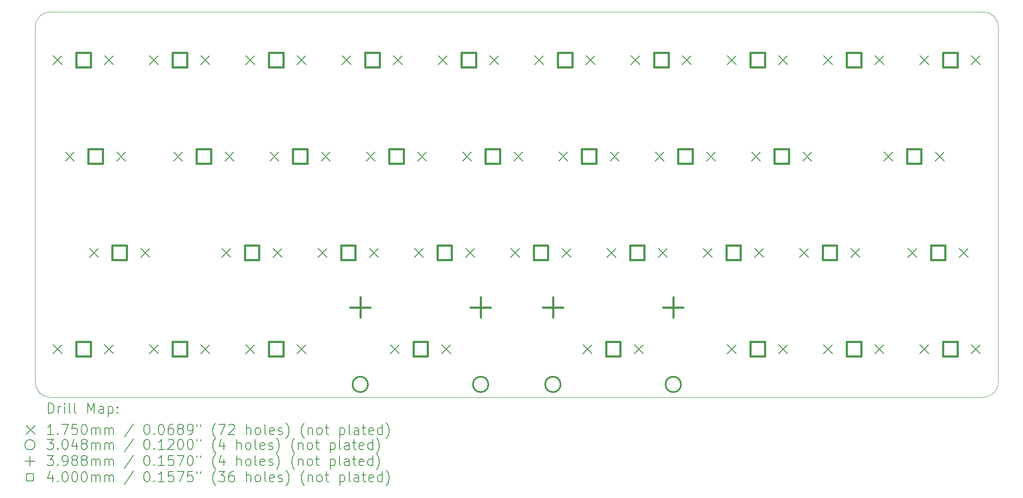
<source format=gbr>
%TF.GenerationSoftware,KiCad,Pcbnew,8.0.5*%
%TF.CreationDate,2024-10-22T20:51:34-04:00*%
%TF.ProjectId,trad,74726164-2e6b-4696-9361-645f70636258,rev?*%
%TF.SameCoordinates,PX1c62fe0PY650e7e0*%
%TF.FileFunction,Drillmap*%
%TF.FilePolarity,Positive*%
%FSLAX45Y45*%
G04 Gerber Fmt 4.5, Leading zero omitted, Abs format (unit mm)*
G04 Created by KiCad (PCBNEW 8.0.5) date 2024-10-22 20:51:34*
%MOMM*%
%LPD*%
G01*
G04 APERTURE LIST*
%ADD10C,0.100000*%
%ADD11C,0.200000*%
%ADD12C,0.175000*%
%ADD13C,0.304800*%
%ADD14C,0.398780*%
%ADD15C,0.400000*%
G04 APERTURE END LIST*
D10*
X0Y297656D02*
X0Y7322337D01*
X19049984Y297656D02*
G75*
G02*
X18752328Y0I-297654J-2D01*
G01*
X18752328Y0D02*
X297656Y0D01*
X18752328Y7619993D02*
G75*
G02*
X19049980Y7322338I2J-297650D01*
G01*
X0Y7322337D02*
G75*
G02*
X297656Y7619994I297656J0D01*
G01*
X297656Y0D02*
G75*
G02*
X0Y297656I0J297656D01*
G01*
X19049984Y7322338D02*
X19049984Y297656D01*
X297656Y7619993D02*
X18752328Y7619993D01*
D11*
D12*
X356999Y6754994D02*
X531999Y6579994D01*
X531999Y6754994D02*
X356999Y6579994D01*
X356999Y1039999D02*
X531999Y864999D01*
X531999Y1039999D02*
X356999Y864999D01*
X595124Y4849996D02*
X770124Y4674996D01*
X770124Y4849996D02*
X595124Y4674996D01*
X1071374Y2944998D02*
X1246374Y2769998D01*
X1246374Y2944998D02*
X1071374Y2769998D01*
X1372999Y6754994D02*
X1547999Y6579994D01*
X1547999Y6754994D02*
X1372999Y6579994D01*
X1372999Y1039999D02*
X1547999Y864999D01*
X1547999Y1039999D02*
X1372999Y864999D01*
X1611124Y4849996D02*
X1786124Y4674996D01*
X1786124Y4849996D02*
X1611124Y4674996D01*
X2087373Y2944998D02*
X2262374Y2769998D01*
X2262374Y2944998D02*
X2087373Y2769998D01*
X2261998Y6754994D02*
X2436998Y6579994D01*
X2436998Y6754994D02*
X2261998Y6579994D01*
X2261998Y1039999D02*
X2436998Y864999D01*
X2436998Y1039999D02*
X2261998Y864999D01*
X2738247Y4849996D02*
X2913247Y4674996D01*
X2913247Y4849996D02*
X2738247Y4674996D01*
X3277997Y6754994D02*
X3452997Y6579994D01*
X3452997Y6754994D02*
X3277997Y6579994D01*
X3277997Y1039999D02*
X3452997Y864999D01*
X3452997Y1039999D02*
X3277997Y864999D01*
X3690746Y2944998D02*
X3865746Y2769998D01*
X3865746Y2944998D02*
X3690746Y2769998D01*
X3754247Y4849996D02*
X3929247Y4674996D01*
X3929247Y4849996D02*
X3754247Y4674996D01*
X4166996Y6754994D02*
X4341996Y6579994D01*
X4341996Y6754994D02*
X4166996Y6579994D01*
X4166996Y1039999D02*
X4341996Y864999D01*
X4341996Y1039999D02*
X4166996Y864999D01*
X4643246Y4849996D02*
X4818246Y4674996D01*
X4818246Y4849996D02*
X4643246Y4674996D01*
X4706746Y2944998D02*
X4881746Y2769998D01*
X4881746Y2944998D02*
X4706746Y2769998D01*
X5182996Y6754994D02*
X5357996Y6579994D01*
X5357996Y6754994D02*
X5182996Y6579994D01*
X5182996Y1039999D02*
X5357996Y864999D01*
X5357996Y1039999D02*
X5182996Y864999D01*
X5595745Y2944997D02*
X5770745Y2769998D01*
X5770745Y2944997D02*
X5595745Y2769998D01*
X5659245Y4849996D02*
X5834245Y4674996D01*
X5834245Y4849996D02*
X5659245Y4674996D01*
X6071994Y6754994D02*
X6246994Y6579994D01*
X6246994Y6754994D02*
X6071994Y6579994D01*
X6548244Y4849996D02*
X6723244Y4674996D01*
X6723244Y4849996D02*
X6548244Y4674996D01*
X6611745Y2944997D02*
X6786745Y2769998D01*
X6786745Y2944997D02*
X6611745Y2769998D01*
X7024494Y1039999D02*
X7199494Y864999D01*
X7199494Y1039999D02*
X7024494Y864999D01*
X7087994Y6754994D02*
X7262994Y6579994D01*
X7262994Y6754994D02*
X7087994Y6579994D01*
X7500743Y2944997D02*
X7675743Y2769998D01*
X7675743Y2944997D02*
X7500743Y2769998D01*
X7564244Y4849996D02*
X7739244Y4674996D01*
X7739244Y4849996D02*
X7564244Y4674996D01*
X7976993Y6754994D02*
X8151993Y6579994D01*
X8151993Y6754994D02*
X7976993Y6579994D01*
X8040493Y1039999D02*
X8215493Y864999D01*
X8215493Y1039999D02*
X8040493Y864999D01*
X8453243Y4849996D02*
X8628243Y4674996D01*
X8628243Y4849996D02*
X8453243Y4674996D01*
X8516743Y2944997D02*
X8691743Y2769998D01*
X8691743Y2944997D02*
X8516743Y2769998D01*
X8992993Y6754994D02*
X9167993Y6579994D01*
X9167993Y6754994D02*
X8992993Y6579994D01*
X9405742Y2944997D02*
X9580742Y2769998D01*
X9580742Y2944997D02*
X9405742Y2769998D01*
X9469242Y4849996D02*
X9644242Y4674996D01*
X9644242Y4849996D02*
X9469242Y4674996D01*
X9881991Y6754994D02*
X10056991Y6579994D01*
X10056991Y6754994D02*
X9881991Y6579994D01*
X10358241Y4849996D02*
X10533241Y4674996D01*
X10533241Y4849996D02*
X10358241Y4674996D01*
X10421742Y2944997D02*
X10596742Y2769998D01*
X10596742Y2944997D02*
X10421742Y2769998D01*
X10834491Y1039999D02*
X11009491Y864999D01*
X11009491Y1039999D02*
X10834491Y864999D01*
X10897991Y6754994D02*
X11072991Y6579994D01*
X11072991Y6754994D02*
X10897991Y6579994D01*
X11310740Y2944998D02*
X11485740Y2769998D01*
X11485740Y2944998D02*
X11310740Y2769998D01*
X11374241Y4849996D02*
X11549241Y4674996D01*
X11549241Y4849996D02*
X11374241Y4674996D01*
X11786990Y6754994D02*
X11961990Y6579994D01*
X11961990Y6754994D02*
X11786990Y6579994D01*
X11850490Y1039999D02*
X12025490Y864999D01*
X12025490Y1039999D02*
X11850490Y864999D01*
X12263239Y4849996D02*
X12438239Y4674996D01*
X12438239Y4849996D02*
X12263239Y4674996D01*
X12326740Y2944998D02*
X12501740Y2769998D01*
X12501740Y2944998D02*
X12326740Y2769998D01*
X12802989Y6754994D02*
X12977989Y6579994D01*
X12977989Y6754994D02*
X12802989Y6579994D01*
X13215738Y2944998D02*
X13390738Y2769998D01*
X13390738Y2944998D02*
X13215738Y2769998D01*
X13279239Y4849996D02*
X13454239Y4674996D01*
X13454239Y4849996D02*
X13279239Y4674996D01*
X13691988Y1039999D02*
X13866988Y864999D01*
X13866988Y1039999D02*
X13691988Y864999D01*
X13691988Y6754994D02*
X13866988Y6579994D01*
X13866988Y6754994D02*
X13691988Y6579994D01*
X14168238Y4849996D02*
X14343238Y4674996D01*
X14343238Y4849996D02*
X14168238Y4674996D01*
X14231738Y2944998D02*
X14406738Y2769998D01*
X14406738Y2944998D02*
X14231738Y2769998D01*
X14707988Y1039999D02*
X14882988Y864999D01*
X14882988Y1039999D02*
X14707988Y864999D01*
X14707988Y6754994D02*
X14882988Y6579994D01*
X14882988Y6754994D02*
X14707988Y6579994D01*
X15120737Y2944998D02*
X15295737Y2769998D01*
X15295737Y2944998D02*
X15120737Y2769998D01*
X15184237Y4849996D02*
X15359237Y4674996D01*
X15359237Y4849996D02*
X15184237Y4674996D01*
X15596986Y6754994D02*
X15771986Y6579994D01*
X15771986Y6754994D02*
X15596986Y6579994D01*
X15596986Y1039999D02*
X15771986Y864999D01*
X15771986Y1039999D02*
X15596986Y864999D01*
X16136737Y2944998D02*
X16311737Y2769998D01*
X16311737Y2944998D02*
X16136737Y2769998D01*
X16612986Y6754994D02*
X16787986Y6579994D01*
X16787986Y6754994D02*
X16612986Y6579994D01*
X16612986Y1039999D02*
X16787986Y864999D01*
X16787986Y1039999D02*
X16612986Y864999D01*
X16787611Y4849996D02*
X16962611Y4674996D01*
X16962611Y4849996D02*
X16787611Y4674996D01*
X17263860Y2944997D02*
X17438860Y2769998D01*
X17438860Y2944997D02*
X17263860Y2769998D01*
X17501985Y1039999D02*
X17676985Y864999D01*
X17676985Y1039999D02*
X17501985Y864999D01*
X17501985Y6754994D02*
X17676985Y6579994D01*
X17676985Y6754994D02*
X17501985Y6579994D01*
X17803610Y4849996D02*
X17978610Y4674996D01*
X17978610Y4849996D02*
X17803610Y4674996D01*
X18279860Y2944997D02*
X18454860Y2769998D01*
X18454860Y2944997D02*
X18279860Y2769998D01*
X18517985Y1039999D02*
X18692985Y864999D01*
X18692985Y1039999D02*
X18517985Y864999D01*
X18517985Y6754994D02*
X18692985Y6579994D01*
X18692985Y6754994D02*
X18517985Y6579994D01*
D13*
X6581769Y253999D02*
G75*
G02*
X6276969Y253999I-152400J0D01*
G01*
X6276969Y253999D02*
G75*
G02*
X6581769Y253999I152400J0D01*
G01*
X8963019Y253999D02*
G75*
G02*
X8658219Y253999I-152400J0D01*
G01*
X8658219Y253999D02*
G75*
G02*
X8963019Y253999I152400J0D01*
G01*
X10391765Y253999D02*
G75*
G02*
X10086965Y253999I-152400J0D01*
G01*
X10086965Y253999D02*
G75*
G02*
X10391765Y253999I152400J0D01*
G01*
X12773015Y253999D02*
G75*
G02*
X12468215Y253999I-152400J0D01*
G01*
X12468215Y253999D02*
G75*
G02*
X12773015Y253999I152400J0D01*
G01*
D14*
X6429368Y1977389D02*
X6429368Y1578609D01*
X6229978Y1777999D02*
X6628758Y1777999D01*
X8810619Y1977389D02*
X8810619Y1578609D01*
X8611229Y1777999D02*
X9010009Y1777999D01*
X10239365Y1977389D02*
X10239365Y1578609D01*
X10039975Y1777999D02*
X10438755Y1777999D01*
X12620615Y1977389D02*
X12620615Y1578609D01*
X12421225Y1777999D02*
X12820005Y1777999D01*
D15*
X1093922Y6526072D02*
X1093922Y6808917D01*
X811076Y6808917D01*
X811076Y6526072D01*
X1093922Y6526072D01*
X1093922Y811076D02*
X1093922Y1093922D01*
X811076Y1093922D01*
X811076Y811076D01*
X1093922Y811076D01*
X1332047Y4621073D02*
X1332047Y4903919D01*
X1049201Y4903919D01*
X1049201Y4621073D01*
X1332047Y4621073D01*
X1808296Y2716075D02*
X1808296Y2998920D01*
X1525451Y2998920D01*
X1525451Y2716075D01*
X1808296Y2716075D01*
X2998920Y6526072D02*
X2998920Y6808917D01*
X2716075Y6808917D01*
X2716075Y6526072D01*
X2998920Y6526072D01*
X2998920Y811076D02*
X2998920Y1093922D01*
X2716075Y1093922D01*
X2716075Y811076D01*
X2998920Y811076D01*
X3475170Y4621073D02*
X3475170Y4903919D01*
X3192324Y4903919D01*
X3192324Y4621073D01*
X3475170Y4621073D01*
X4427669Y2716075D02*
X4427669Y2998920D01*
X4144824Y2998920D01*
X4144824Y2716075D01*
X4427669Y2716075D01*
X4903919Y6526072D02*
X4903919Y6808917D01*
X4621073Y6808917D01*
X4621073Y6526072D01*
X4903919Y6526072D01*
X4903919Y811076D02*
X4903919Y1093922D01*
X4621073Y1093922D01*
X4621073Y811076D01*
X4903919Y811076D01*
X5380168Y4621073D02*
X5380168Y4903919D01*
X5097323Y4903919D01*
X5097323Y4621073D01*
X5380168Y4621073D01*
X6332667Y2716075D02*
X6332667Y2998920D01*
X6049822Y2998920D01*
X6049822Y2716075D01*
X6332667Y2716075D01*
X6808917Y6526072D02*
X6808917Y6808917D01*
X6526072Y6808917D01*
X6526072Y6526072D01*
X6808917Y6526072D01*
X7285167Y4621073D02*
X7285167Y4903919D01*
X7002321Y4903919D01*
X7002321Y4621073D01*
X7285167Y4621073D01*
X7761416Y811076D02*
X7761416Y1093922D01*
X7478571Y1093922D01*
X7478571Y811076D01*
X7761416Y811076D01*
X8237666Y2716075D02*
X8237666Y2998920D01*
X7954820Y2998920D01*
X7954820Y2716075D01*
X8237666Y2716075D01*
X8713916Y6526072D02*
X8713916Y6808917D01*
X8431070Y6808917D01*
X8431070Y6526072D01*
X8713916Y6526072D01*
X9190165Y4621073D02*
X9190165Y4903919D01*
X8907320Y4903919D01*
X8907320Y4621073D01*
X9190165Y4621073D01*
X10142664Y2716075D02*
X10142664Y2998920D01*
X9859819Y2998920D01*
X9859819Y2716075D01*
X10142664Y2716075D01*
X10618914Y6526072D02*
X10618914Y6808917D01*
X10336069Y6808917D01*
X10336069Y6526072D01*
X10618914Y6526072D01*
X11095163Y4621073D02*
X11095163Y4903919D01*
X10812318Y4903919D01*
X10812318Y4621073D01*
X11095163Y4621073D01*
X11571413Y811076D02*
X11571413Y1093922D01*
X11288568Y1093922D01*
X11288568Y811076D01*
X11571413Y811076D01*
X12047663Y2716075D02*
X12047663Y2998920D01*
X11764817Y2998920D01*
X11764817Y2716075D01*
X12047663Y2716075D01*
X12523912Y6526072D02*
X12523912Y6808917D01*
X12241067Y6808917D01*
X12241067Y6526072D01*
X12523912Y6526072D01*
X13000162Y4621073D02*
X13000162Y4903919D01*
X12717316Y4903919D01*
X12717316Y4621073D01*
X13000162Y4621073D01*
X13952661Y2716075D02*
X13952661Y2998920D01*
X13669816Y2998920D01*
X13669816Y2716075D01*
X13952661Y2716075D01*
X14428911Y811076D02*
X14428911Y1093922D01*
X14146065Y1093922D01*
X14146065Y811076D01*
X14428911Y811076D01*
X14428911Y6526072D02*
X14428911Y6808917D01*
X14146065Y6808917D01*
X14146065Y6526072D01*
X14428911Y6526072D01*
X14905160Y4621073D02*
X14905160Y4903919D01*
X14622315Y4903919D01*
X14622315Y4621073D01*
X14905160Y4621073D01*
X15857659Y2716075D02*
X15857659Y2998920D01*
X15574814Y2998920D01*
X15574814Y2716075D01*
X15857659Y2716075D01*
X16333909Y6526072D02*
X16333909Y6808917D01*
X16051064Y6808917D01*
X16051064Y6526072D01*
X16333909Y6526072D01*
X16333909Y811076D02*
X16333909Y1093922D01*
X16051064Y1093922D01*
X16051064Y811076D01*
X16333909Y811076D01*
X17524533Y4621073D02*
X17524533Y4903919D01*
X17241688Y4903919D01*
X17241688Y4621073D01*
X17524533Y4621073D01*
X18000783Y2716075D02*
X18000783Y2998920D01*
X17717937Y2998920D01*
X17717937Y2716075D01*
X18000783Y2716075D01*
X18238908Y811076D02*
X18238908Y1093922D01*
X17956062Y1093922D01*
X17956062Y811076D01*
X18238908Y811076D01*
X18238908Y6526072D02*
X18238908Y6808917D01*
X17956062Y6808917D01*
X17956062Y6526072D01*
X18238908Y6526072D01*
D11*
X255777Y-316484D02*
X255777Y-116484D01*
X255777Y-116484D02*
X303396Y-116484D01*
X303396Y-116484D02*
X331967Y-126008D01*
X331967Y-126008D02*
X351015Y-145056D01*
X351015Y-145056D02*
X360539Y-164103D01*
X360539Y-164103D02*
X370062Y-202198D01*
X370062Y-202198D02*
X370062Y-230770D01*
X370062Y-230770D02*
X360539Y-268865D01*
X360539Y-268865D02*
X351015Y-287913D01*
X351015Y-287913D02*
X331967Y-306960D01*
X331967Y-306960D02*
X303396Y-316484D01*
X303396Y-316484D02*
X255777Y-316484D01*
X455777Y-316484D02*
X455777Y-183151D01*
X455777Y-221246D02*
X465301Y-202198D01*
X465301Y-202198D02*
X474824Y-192675D01*
X474824Y-192675D02*
X493872Y-183151D01*
X493872Y-183151D02*
X512920Y-183151D01*
X579586Y-316484D02*
X579586Y-183151D01*
X579586Y-116484D02*
X570063Y-126008D01*
X570063Y-126008D02*
X579586Y-135532D01*
X579586Y-135532D02*
X589110Y-126008D01*
X589110Y-126008D02*
X579586Y-116484D01*
X579586Y-116484D02*
X579586Y-135532D01*
X703396Y-316484D02*
X684348Y-306960D01*
X684348Y-306960D02*
X674824Y-287913D01*
X674824Y-287913D02*
X674824Y-116484D01*
X808158Y-316484D02*
X789110Y-306960D01*
X789110Y-306960D02*
X779586Y-287913D01*
X779586Y-287913D02*
X779586Y-116484D01*
X1036729Y-316484D02*
X1036729Y-116484D01*
X1036729Y-116484D02*
X1103396Y-259341D01*
X1103396Y-259341D02*
X1170063Y-116484D01*
X1170063Y-116484D02*
X1170063Y-316484D01*
X1351015Y-316484D02*
X1351015Y-211722D01*
X1351015Y-211722D02*
X1341491Y-192675D01*
X1341491Y-192675D02*
X1322444Y-183151D01*
X1322444Y-183151D02*
X1284348Y-183151D01*
X1284348Y-183151D02*
X1265301Y-192675D01*
X1351015Y-306960D02*
X1331967Y-316484D01*
X1331967Y-316484D02*
X1284348Y-316484D01*
X1284348Y-316484D02*
X1265301Y-306960D01*
X1265301Y-306960D02*
X1255777Y-287913D01*
X1255777Y-287913D02*
X1255777Y-268865D01*
X1255777Y-268865D02*
X1265301Y-249817D01*
X1265301Y-249817D02*
X1284348Y-240294D01*
X1284348Y-240294D02*
X1331967Y-240294D01*
X1331967Y-240294D02*
X1351015Y-230770D01*
X1446253Y-183151D02*
X1446253Y-383151D01*
X1446253Y-192675D02*
X1465301Y-183151D01*
X1465301Y-183151D02*
X1503396Y-183151D01*
X1503396Y-183151D02*
X1522443Y-192675D01*
X1522443Y-192675D02*
X1531967Y-202198D01*
X1531967Y-202198D02*
X1541491Y-221246D01*
X1541491Y-221246D02*
X1541491Y-278389D01*
X1541491Y-278389D02*
X1531967Y-297437D01*
X1531967Y-297437D02*
X1522443Y-306960D01*
X1522443Y-306960D02*
X1503396Y-316484D01*
X1503396Y-316484D02*
X1465301Y-316484D01*
X1465301Y-316484D02*
X1446253Y-306960D01*
X1627205Y-297437D02*
X1636729Y-306960D01*
X1636729Y-306960D02*
X1627205Y-316484D01*
X1627205Y-316484D02*
X1617682Y-306960D01*
X1617682Y-306960D02*
X1627205Y-297437D01*
X1627205Y-297437D02*
X1627205Y-316484D01*
X1627205Y-192675D02*
X1636729Y-202198D01*
X1636729Y-202198D02*
X1627205Y-211722D01*
X1627205Y-211722D02*
X1617682Y-202198D01*
X1617682Y-202198D02*
X1627205Y-192675D01*
X1627205Y-192675D02*
X1627205Y-211722D01*
D12*
X-180000Y-557500D02*
X-5000Y-732500D01*
X-5000Y-557500D02*
X-180000Y-732500D01*
D11*
X360539Y-736484D02*
X246253Y-736484D01*
X303396Y-736484D02*
X303396Y-536484D01*
X303396Y-536484D02*
X284348Y-565056D01*
X284348Y-565056D02*
X265301Y-584103D01*
X265301Y-584103D02*
X246253Y-593627D01*
X446253Y-717436D02*
X455777Y-726960D01*
X455777Y-726960D02*
X446253Y-736484D01*
X446253Y-736484D02*
X436729Y-726960D01*
X436729Y-726960D02*
X446253Y-717436D01*
X446253Y-717436D02*
X446253Y-736484D01*
X522443Y-536484D02*
X655777Y-536484D01*
X655777Y-536484D02*
X570063Y-736484D01*
X827205Y-536484D02*
X731967Y-536484D01*
X731967Y-536484D02*
X722443Y-631722D01*
X722443Y-631722D02*
X731967Y-622198D01*
X731967Y-622198D02*
X751015Y-612675D01*
X751015Y-612675D02*
X798634Y-612675D01*
X798634Y-612675D02*
X817682Y-622198D01*
X817682Y-622198D02*
X827205Y-631722D01*
X827205Y-631722D02*
X836729Y-650770D01*
X836729Y-650770D02*
X836729Y-698389D01*
X836729Y-698389D02*
X827205Y-717436D01*
X827205Y-717436D02*
X817682Y-726960D01*
X817682Y-726960D02*
X798634Y-736484D01*
X798634Y-736484D02*
X751015Y-736484D01*
X751015Y-736484D02*
X731967Y-726960D01*
X731967Y-726960D02*
X722443Y-717436D01*
X960539Y-536484D02*
X979586Y-536484D01*
X979586Y-536484D02*
X998634Y-546008D01*
X998634Y-546008D02*
X1008158Y-555532D01*
X1008158Y-555532D02*
X1017682Y-574579D01*
X1017682Y-574579D02*
X1027205Y-612675D01*
X1027205Y-612675D02*
X1027205Y-660294D01*
X1027205Y-660294D02*
X1017682Y-698389D01*
X1017682Y-698389D02*
X1008158Y-717436D01*
X1008158Y-717436D02*
X998634Y-726960D01*
X998634Y-726960D02*
X979586Y-736484D01*
X979586Y-736484D02*
X960539Y-736484D01*
X960539Y-736484D02*
X941491Y-726960D01*
X941491Y-726960D02*
X931967Y-717436D01*
X931967Y-717436D02*
X922443Y-698389D01*
X922443Y-698389D02*
X912920Y-660294D01*
X912920Y-660294D02*
X912920Y-612675D01*
X912920Y-612675D02*
X922443Y-574579D01*
X922443Y-574579D02*
X931967Y-555532D01*
X931967Y-555532D02*
X941491Y-546008D01*
X941491Y-546008D02*
X960539Y-536484D01*
X1112920Y-736484D02*
X1112920Y-603151D01*
X1112920Y-622198D02*
X1122444Y-612675D01*
X1122444Y-612675D02*
X1141491Y-603151D01*
X1141491Y-603151D02*
X1170063Y-603151D01*
X1170063Y-603151D02*
X1189110Y-612675D01*
X1189110Y-612675D02*
X1198634Y-631722D01*
X1198634Y-631722D02*
X1198634Y-736484D01*
X1198634Y-631722D02*
X1208158Y-612675D01*
X1208158Y-612675D02*
X1227205Y-603151D01*
X1227205Y-603151D02*
X1255777Y-603151D01*
X1255777Y-603151D02*
X1274825Y-612675D01*
X1274825Y-612675D02*
X1284348Y-631722D01*
X1284348Y-631722D02*
X1284348Y-736484D01*
X1379586Y-736484D02*
X1379586Y-603151D01*
X1379586Y-622198D02*
X1389110Y-612675D01*
X1389110Y-612675D02*
X1408158Y-603151D01*
X1408158Y-603151D02*
X1436729Y-603151D01*
X1436729Y-603151D02*
X1455777Y-612675D01*
X1455777Y-612675D02*
X1465301Y-631722D01*
X1465301Y-631722D02*
X1465301Y-736484D01*
X1465301Y-631722D02*
X1474824Y-612675D01*
X1474824Y-612675D02*
X1493872Y-603151D01*
X1493872Y-603151D02*
X1522443Y-603151D01*
X1522443Y-603151D02*
X1541491Y-612675D01*
X1541491Y-612675D02*
X1551015Y-631722D01*
X1551015Y-631722D02*
X1551015Y-736484D01*
X1941491Y-526960D02*
X1770063Y-784103D01*
X2198634Y-536484D02*
X2217682Y-536484D01*
X2217682Y-536484D02*
X2236729Y-546008D01*
X2236729Y-546008D02*
X2246253Y-555532D01*
X2246253Y-555532D02*
X2255777Y-574579D01*
X2255777Y-574579D02*
X2265301Y-612675D01*
X2265301Y-612675D02*
X2265301Y-660294D01*
X2265301Y-660294D02*
X2255777Y-698389D01*
X2255777Y-698389D02*
X2246253Y-717436D01*
X2246253Y-717436D02*
X2236729Y-726960D01*
X2236729Y-726960D02*
X2217682Y-736484D01*
X2217682Y-736484D02*
X2198634Y-736484D01*
X2198634Y-736484D02*
X2179587Y-726960D01*
X2179587Y-726960D02*
X2170063Y-717436D01*
X2170063Y-717436D02*
X2160539Y-698389D01*
X2160539Y-698389D02*
X2151015Y-660294D01*
X2151015Y-660294D02*
X2151015Y-612675D01*
X2151015Y-612675D02*
X2160539Y-574579D01*
X2160539Y-574579D02*
X2170063Y-555532D01*
X2170063Y-555532D02*
X2179587Y-546008D01*
X2179587Y-546008D02*
X2198634Y-536484D01*
X2351015Y-717436D02*
X2360539Y-726960D01*
X2360539Y-726960D02*
X2351015Y-736484D01*
X2351015Y-736484D02*
X2341491Y-726960D01*
X2341491Y-726960D02*
X2351015Y-717436D01*
X2351015Y-717436D02*
X2351015Y-736484D01*
X2484348Y-536484D02*
X2503396Y-536484D01*
X2503396Y-536484D02*
X2522444Y-546008D01*
X2522444Y-546008D02*
X2531968Y-555532D01*
X2531968Y-555532D02*
X2541491Y-574579D01*
X2541491Y-574579D02*
X2551015Y-612675D01*
X2551015Y-612675D02*
X2551015Y-660294D01*
X2551015Y-660294D02*
X2541491Y-698389D01*
X2541491Y-698389D02*
X2531968Y-717436D01*
X2531968Y-717436D02*
X2522444Y-726960D01*
X2522444Y-726960D02*
X2503396Y-736484D01*
X2503396Y-736484D02*
X2484348Y-736484D01*
X2484348Y-736484D02*
X2465301Y-726960D01*
X2465301Y-726960D02*
X2455777Y-717436D01*
X2455777Y-717436D02*
X2446253Y-698389D01*
X2446253Y-698389D02*
X2436729Y-660294D01*
X2436729Y-660294D02*
X2436729Y-612675D01*
X2436729Y-612675D02*
X2446253Y-574579D01*
X2446253Y-574579D02*
X2455777Y-555532D01*
X2455777Y-555532D02*
X2465301Y-546008D01*
X2465301Y-546008D02*
X2484348Y-536484D01*
X2722444Y-536484D02*
X2684348Y-536484D01*
X2684348Y-536484D02*
X2665301Y-546008D01*
X2665301Y-546008D02*
X2655777Y-555532D01*
X2655777Y-555532D02*
X2636729Y-584103D01*
X2636729Y-584103D02*
X2627206Y-622198D01*
X2627206Y-622198D02*
X2627206Y-698389D01*
X2627206Y-698389D02*
X2636729Y-717436D01*
X2636729Y-717436D02*
X2646253Y-726960D01*
X2646253Y-726960D02*
X2665301Y-736484D01*
X2665301Y-736484D02*
X2703396Y-736484D01*
X2703396Y-736484D02*
X2722444Y-726960D01*
X2722444Y-726960D02*
X2731968Y-717436D01*
X2731968Y-717436D02*
X2741491Y-698389D01*
X2741491Y-698389D02*
X2741491Y-650770D01*
X2741491Y-650770D02*
X2731968Y-631722D01*
X2731968Y-631722D02*
X2722444Y-622198D01*
X2722444Y-622198D02*
X2703396Y-612675D01*
X2703396Y-612675D02*
X2665301Y-612675D01*
X2665301Y-612675D02*
X2646253Y-622198D01*
X2646253Y-622198D02*
X2636729Y-631722D01*
X2636729Y-631722D02*
X2627206Y-650770D01*
X2855777Y-622198D02*
X2836729Y-612675D01*
X2836729Y-612675D02*
X2827206Y-603151D01*
X2827206Y-603151D02*
X2817682Y-584103D01*
X2817682Y-584103D02*
X2817682Y-574579D01*
X2817682Y-574579D02*
X2827206Y-555532D01*
X2827206Y-555532D02*
X2836729Y-546008D01*
X2836729Y-546008D02*
X2855777Y-536484D01*
X2855777Y-536484D02*
X2893872Y-536484D01*
X2893872Y-536484D02*
X2912920Y-546008D01*
X2912920Y-546008D02*
X2922444Y-555532D01*
X2922444Y-555532D02*
X2931967Y-574579D01*
X2931967Y-574579D02*
X2931967Y-584103D01*
X2931967Y-584103D02*
X2922444Y-603151D01*
X2922444Y-603151D02*
X2912920Y-612675D01*
X2912920Y-612675D02*
X2893872Y-622198D01*
X2893872Y-622198D02*
X2855777Y-622198D01*
X2855777Y-622198D02*
X2836729Y-631722D01*
X2836729Y-631722D02*
X2827206Y-641246D01*
X2827206Y-641246D02*
X2817682Y-660294D01*
X2817682Y-660294D02*
X2817682Y-698389D01*
X2817682Y-698389D02*
X2827206Y-717436D01*
X2827206Y-717436D02*
X2836729Y-726960D01*
X2836729Y-726960D02*
X2855777Y-736484D01*
X2855777Y-736484D02*
X2893872Y-736484D01*
X2893872Y-736484D02*
X2912920Y-726960D01*
X2912920Y-726960D02*
X2922444Y-717436D01*
X2922444Y-717436D02*
X2931967Y-698389D01*
X2931967Y-698389D02*
X2931967Y-660294D01*
X2931967Y-660294D02*
X2922444Y-641246D01*
X2922444Y-641246D02*
X2912920Y-631722D01*
X2912920Y-631722D02*
X2893872Y-622198D01*
X3027206Y-736484D02*
X3065301Y-736484D01*
X3065301Y-736484D02*
X3084348Y-726960D01*
X3084348Y-726960D02*
X3093872Y-717436D01*
X3093872Y-717436D02*
X3112920Y-688865D01*
X3112920Y-688865D02*
X3122444Y-650770D01*
X3122444Y-650770D02*
X3122444Y-574579D01*
X3122444Y-574579D02*
X3112920Y-555532D01*
X3112920Y-555532D02*
X3103396Y-546008D01*
X3103396Y-546008D02*
X3084348Y-536484D01*
X3084348Y-536484D02*
X3046253Y-536484D01*
X3046253Y-536484D02*
X3027206Y-546008D01*
X3027206Y-546008D02*
X3017682Y-555532D01*
X3017682Y-555532D02*
X3008158Y-574579D01*
X3008158Y-574579D02*
X3008158Y-622198D01*
X3008158Y-622198D02*
X3017682Y-641246D01*
X3017682Y-641246D02*
X3027206Y-650770D01*
X3027206Y-650770D02*
X3046253Y-660294D01*
X3046253Y-660294D02*
X3084348Y-660294D01*
X3084348Y-660294D02*
X3103396Y-650770D01*
X3103396Y-650770D02*
X3112920Y-641246D01*
X3112920Y-641246D02*
X3122444Y-622198D01*
X3198634Y-536484D02*
X3198634Y-574579D01*
X3274825Y-536484D02*
X3274825Y-574579D01*
X3570063Y-812675D02*
X3560539Y-803151D01*
X3560539Y-803151D02*
X3541491Y-774579D01*
X3541491Y-774579D02*
X3531968Y-755532D01*
X3531968Y-755532D02*
X3522444Y-726960D01*
X3522444Y-726960D02*
X3512920Y-679341D01*
X3512920Y-679341D02*
X3512920Y-641246D01*
X3512920Y-641246D02*
X3522444Y-593627D01*
X3522444Y-593627D02*
X3531968Y-565056D01*
X3531968Y-565056D02*
X3541491Y-546008D01*
X3541491Y-546008D02*
X3560539Y-517436D01*
X3560539Y-517436D02*
X3570063Y-507913D01*
X3627206Y-536484D02*
X3760539Y-536484D01*
X3760539Y-536484D02*
X3674825Y-736484D01*
X3827206Y-555532D02*
X3836729Y-546008D01*
X3836729Y-546008D02*
X3855777Y-536484D01*
X3855777Y-536484D02*
X3903396Y-536484D01*
X3903396Y-536484D02*
X3922444Y-546008D01*
X3922444Y-546008D02*
X3931968Y-555532D01*
X3931968Y-555532D02*
X3941491Y-574579D01*
X3941491Y-574579D02*
X3941491Y-593627D01*
X3941491Y-593627D02*
X3931968Y-622198D01*
X3931968Y-622198D02*
X3817682Y-736484D01*
X3817682Y-736484D02*
X3941491Y-736484D01*
X4179587Y-736484D02*
X4179587Y-536484D01*
X4265301Y-736484D02*
X4265301Y-631722D01*
X4265301Y-631722D02*
X4255777Y-612675D01*
X4255777Y-612675D02*
X4236730Y-603151D01*
X4236730Y-603151D02*
X4208158Y-603151D01*
X4208158Y-603151D02*
X4189110Y-612675D01*
X4189110Y-612675D02*
X4179587Y-622198D01*
X4389111Y-736484D02*
X4370063Y-726960D01*
X4370063Y-726960D02*
X4360539Y-717436D01*
X4360539Y-717436D02*
X4351015Y-698389D01*
X4351015Y-698389D02*
X4351015Y-641246D01*
X4351015Y-641246D02*
X4360539Y-622198D01*
X4360539Y-622198D02*
X4370063Y-612675D01*
X4370063Y-612675D02*
X4389111Y-603151D01*
X4389111Y-603151D02*
X4417682Y-603151D01*
X4417682Y-603151D02*
X4436730Y-612675D01*
X4436730Y-612675D02*
X4446253Y-622198D01*
X4446253Y-622198D02*
X4455777Y-641246D01*
X4455777Y-641246D02*
X4455777Y-698389D01*
X4455777Y-698389D02*
X4446253Y-717436D01*
X4446253Y-717436D02*
X4436730Y-726960D01*
X4436730Y-726960D02*
X4417682Y-736484D01*
X4417682Y-736484D02*
X4389111Y-736484D01*
X4570063Y-736484D02*
X4551015Y-726960D01*
X4551015Y-726960D02*
X4541492Y-707913D01*
X4541492Y-707913D02*
X4541492Y-536484D01*
X4722444Y-726960D02*
X4703396Y-736484D01*
X4703396Y-736484D02*
X4665301Y-736484D01*
X4665301Y-736484D02*
X4646253Y-726960D01*
X4646253Y-726960D02*
X4636730Y-707913D01*
X4636730Y-707913D02*
X4636730Y-631722D01*
X4636730Y-631722D02*
X4646253Y-612675D01*
X4646253Y-612675D02*
X4665301Y-603151D01*
X4665301Y-603151D02*
X4703396Y-603151D01*
X4703396Y-603151D02*
X4722444Y-612675D01*
X4722444Y-612675D02*
X4731968Y-631722D01*
X4731968Y-631722D02*
X4731968Y-650770D01*
X4731968Y-650770D02*
X4636730Y-669818D01*
X4808158Y-726960D02*
X4827206Y-736484D01*
X4827206Y-736484D02*
X4865301Y-736484D01*
X4865301Y-736484D02*
X4884349Y-726960D01*
X4884349Y-726960D02*
X4893873Y-707913D01*
X4893873Y-707913D02*
X4893873Y-698389D01*
X4893873Y-698389D02*
X4884349Y-679341D01*
X4884349Y-679341D02*
X4865301Y-669818D01*
X4865301Y-669818D02*
X4836730Y-669818D01*
X4836730Y-669818D02*
X4817682Y-660294D01*
X4817682Y-660294D02*
X4808158Y-641246D01*
X4808158Y-641246D02*
X4808158Y-631722D01*
X4808158Y-631722D02*
X4817682Y-612675D01*
X4817682Y-612675D02*
X4836730Y-603151D01*
X4836730Y-603151D02*
X4865301Y-603151D01*
X4865301Y-603151D02*
X4884349Y-612675D01*
X4960539Y-812675D02*
X4970063Y-803151D01*
X4970063Y-803151D02*
X4989111Y-774579D01*
X4989111Y-774579D02*
X4998634Y-755532D01*
X4998634Y-755532D02*
X5008158Y-726960D01*
X5008158Y-726960D02*
X5017682Y-679341D01*
X5017682Y-679341D02*
X5017682Y-641246D01*
X5017682Y-641246D02*
X5008158Y-593627D01*
X5008158Y-593627D02*
X4998634Y-565056D01*
X4998634Y-565056D02*
X4989111Y-546008D01*
X4989111Y-546008D02*
X4970063Y-517436D01*
X4970063Y-517436D02*
X4960539Y-507913D01*
X5322444Y-812675D02*
X5312920Y-803151D01*
X5312920Y-803151D02*
X5293873Y-774579D01*
X5293873Y-774579D02*
X5284349Y-755532D01*
X5284349Y-755532D02*
X5274825Y-726960D01*
X5274825Y-726960D02*
X5265301Y-679341D01*
X5265301Y-679341D02*
X5265301Y-641246D01*
X5265301Y-641246D02*
X5274825Y-593627D01*
X5274825Y-593627D02*
X5284349Y-565056D01*
X5284349Y-565056D02*
X5293873Y-546008D01*
X5293873Y-546008D02*
X5312920Y-517436D01*
X5312920Y-517436D02*
X5322444Y-507913D01*
X5398634Y-603151D02*
X5398634Y-736484D01*
X5398634Y-622198D02*
X5408158Y-612675D01*
X5408158Y-612675D02*
X5427206Y-603151D01*
X5427206Y-603151D02*
X5455777Y-603151D01*
X5455777Y-603151D02*
X5474825Y-612675D01*
X5474825Y-612675D02*
X5484349Y-631722D01*
X5484349Y-631722D02*
X5484349Y-736484D01*
X5608158Y-736484D02*
X5589111Y-726960D01*
X5589111Y-726960D02*
X5579587Y-717436D01*
X5579587Y-717436D02*
X5570063Y-698389D01*
X5570063Y-698389D02*
X5570063Y-641246D01*
X5570063Y-641246D02*
X5579587Y-622198D01*
X5579587Y-622198D02*
X5589111Y-612675D01*
X5589111Y-612675D02*
X5608158Y-603151D01*
X5608158Y-603151D02*
X5636730Y-603151D01*
X5636730Y-603151D02*
X5655777Y-612675D01*
X5655777Y-612675D02*
X5665301Y-622198D01*
X5665301Y-622198D02*
X5674825Y-641246D01*
X5674825Y-641246D02*
X5674825Y-698389D01*
X5674825Y-698389D02*
X5665301Y-717436D01*
X5665301Y-717436D02*
X5655777Y-726960D01*
X5655777Y-726960D02*
X5636730Y-736484D01*
X5636730Y-736484D02*
X5608158Y-736484D01*
X5731968Y-603151D02*
X5808158Y-603151D01*
X5760539Y-536484D02*
X5760539Y-707913D01*
X5760539Y-707913D02*
X5770063Y-726960D01*
X5770063Y-726960D02*
X5789111Y-736484D01*
X5789111Y-736484D02*
X5808158Y-736484D01*
X6027206Y-603151D02*
X6027206Y-803151D01*
X6027206Y-612675D02*
X6046253Y-603151D01*
X6046253Y-603151D02*
X6084349Y-603151D01*
X6084349Y-603151D02*
X6103396Y-612675D01*
X6103396Y-612675D02*
X6112920Y-622198D01*
X6112920Y-622198D02*
X6122444Y-641246D01*
X6122444Y-641246D02*
X6122444Y-698389D01*
X6122444Y-698389D02*
X6112920Y-717436D01*
X6112920Y-717436D02*
X6103396Y-726960D01*
X6103396Y-726960D02*
X6084349Y-736484D01*
X6084349Y-736484D02*
X6046253Y-736484D01*
X6046253Y-736484D02*
X6027206Y-726960D01*
X6236730Y-736484D02*
X6217682Y-726960D01*
X6217682Y-726960D02*
X6208158Y-707913D01*
X6208158Y-707913D02*
X6208158Y-536484D01*
X6398634Y-736484D02*
X6398634Y-631722D01*
X6398634Y-631722D02*
X6389111Y-612675D01*
X6389111Y-612675D02*
X6370063Y-603151D01*
X6370063Y-603151D02*
X6331968Y-603151D01*
X6331968Y-603151D02*
X6312920Y-612675D01*
X6398634Y-726960D02*
X6379587Y-736484D01*
X6379587Y-736484D02*
X6331968Y-736484D01*
X6331968Y-736484D02*
X6312920Y-726960D01*
X6312920Y-726960D02*
X6303396Y-707913D01*
X6303396Y-707913D02*
X6303396Y-688865D01*
X6303396Y-688865D02*
X6312920Y-669818D01*
X6312920Y-669818D02*
X6331968Y-660294D01*
X6331968Y-660294D02*
X6379587Y-660294D01*
X6379587Y-660294D02*
X6398634Y-650770D01*
X6465301Y-603151D02*
X6541492Y-603151D01*
X6493873Y-536484D02*
X6493873Y-707913D01*
X6493873Y-707913D02*
X6503396Y-726960D01*
X6503396Y-726960D02*
X6522444Y-736484D01*
X6522444Y-736484D02*
X6541492Y-736484D01*
X6684349Y-726960D02*
X6665301Y-736484D01*
X6665301Y-736484D02*
X6627206Y-736484D01*
X6627206Y-736484D02*
X6608158Y-726960D01*
X6608158Y-726960D02*
X6598634Y-707913D01*
X6598634Y-707913D02*
X6598634Y-631722D01*
X6598634Y-631722D02*
X6608158Y-612675D01*
X6608158Y-612675D02*
X6627206Y-603151D01*
X6627206Y-603151D02*
X6665301Y-603151D01*
X6665301Y-603151D02*
X6684349Y-612675D01*
X6684349Y-612675D02*
X6693873Y-631722D01*
X6693873Y-631722D02*
X6693873Y-650770D01*
X6693873Y-650770D02*
X6598634Y-669818D01*
X6865301Y-736484D02*
X6865301Y-536484D01*
X6865301Y-726960D02*
X6846254Y-736484D01*
X6846254Y-736484D02*
X6808158Y-736484D01*
X6808158Y-736484D02*
X6789111Y-726960D01*
X6789111Y-726960D02*
X6779587Y-717436D01*
X6779587Y-717436D02*
X6770063Y-698389D01*
X6770063Y-698389D02*
X6770063Y-641246D01*
X6770063Y-641246D02*
X6779587Y-622198D01*
X6779587Y-622198D02*
X6789111Y-612675D01*
X6789111Y-612675D02*
X6808158Y-603151D01*
X6808158Y-603151D02*
X6846254Y-603151D01*
X6846254Y-603151D02*
X6865301Y-612675D01*
X6941492Y-812675D02*
X6951015Y-803151D01*
X6951015Y-803151D02*
X6970063Y-774579D01*
X6970063Y-774579D02*
X6979587Y-755532D01*
X6979587Y-755532D02*
X6989111Y-726960D01*
X6989111Y-726960D02*
X6998634Y-679341D01*
X6998634Y-679341D02*
X6998634Y-641246D01*
X6998634Y-641246D02*
X6989111Y-593627D01*
X6989111Y-593627D02*
X6979587Y-565056D01*
X6979587Y-565056D02*
X6970063Y-546008D01*
X6970063Y-546008D02*
X6951015Y-517436D01*
X6951015Y-517436D02*
X6941492Y-507913D01*
X-5000Y-940000D02*
G75*
G02*
X-205000Y-940000I-100000J0D01*
G01*
X-205000Y-940000D02*
G75*
G02*
X-5000Y-940000I100000J0D01*
G01*
X236729Y-831484D02*
X360539Y-831484D01*
X360539Y-831484D02*
X293872Y-907675D01*
X293872Y-907675D02*
X322444Y-907675D01*
X322444Y-907675D02*
X341491Y-917198D01*
X341491Y-917198D02*
X351015Y-926722D01*
X351015Y-926722D02*
X360539Y-945770D01*
X360539Y-945770D02*
X360539Y-993389D01*
X360539Y-993389D02*
X351015Y-1012436D01*
X351015Y-1012436D02*
X341491Y-1021960D01*
X341491Y-1021960D02*
X322444Y-1031484D01*
X322444Y-1031484D02*
X265301Y-1031484D01*
X265301Y-1031484D02*
X246253Y-1021960D01*
X246253Y-1021960D02*
X236729Y-1012436D01*
X446253Y-1012436D02*
X455777Y-1021960D01*
X455777Y-1021960D02*
X446253Y-1031484D01*
X446253Y-1031484D02*
X436729Y-1021960D01*
X436729Y-1021960D02*
X446253Y-1012436D01*
X446253Y-1012436D02*
X446253Y-1031484D01*
X579586Y-831484D02*
X598634Y-831484D01*
X598634Y-831484D02*
X617682Y-841008D01*
X617682Y-841008D02*
X627205Y-850532D01*
X627205Y-850532D02*
X636729Y-869579D01*
X636729Y-869579D02*
X646253Y-907675D01*
X646253Y-907675D02*
X646253Y-955294D01*
X646253Y-955294D02*
X636729Y-993389D01*
X636729Y-993389D02*
X627205Y-1012436D01*
X627205Y-1012436D02*
X617682Y-1021960D01*
X617682Y-1021960D02*
X598634Y-1031484D01*
X598634Y-1031484D02*
X579586Y-1031484D01*
X579586Y-1031484D02*
X560539Y-1021960D01*
X560539Y-1021960D02*
X551015Y-1012436D01*
X551015Y-1012436D02*
X541491Y-993389D01*
X541491Y-993389D02*
X531967Y-955294D01*
X531967Y-955294D02*
X531967Y-907675D01*
X531967Y-907675D02*
X541491Y-869579D01*
X541491Y-869579D02*
X551015Y-850532D01*
X551015Y-850532D02*
X560539Y-841008D01*
X560539Y-841008D02*
X579586Y-831484D01*
X817682Y-898151D02*
X817682Y-1031484D01*
X770062Y-821960D02*
X722443Y-964817D01*
X722443Y-964817D02*
X846253Y-964817D01*
X951015Y-917198D02*
X931967Y-907675D01*
X931967Y-907675D02*
X922443Y-898151D01*
X922443Y-898151D02*
X912920Y-879103D01*
X912920Y-879103D02*
X912920Y-869579D01*
X912920Y-869579D02*
X922443Y-850532D01*
X922443Y-850532D02*
X931967Y-841008D01*
X931967Y-841008D02*
X951015Y-831484D01*
X951015Y-831484D02*
X989110Y-831484D01*
X989110Y-831484D02*
X1008158Y-841008D01*
X1008158Y-841008D02*
X1017682Y-850532D01*
X1017682Y-850532D02*
X1027205Y-869579D01*
X1027205Y-869579D02*
X1027205Y-879103D01*
X1027205Y-879103D02*
X1017682Y-898151D01*
X1017682Y-898151D02*
X1008158Y-907675D01*
X1008158Y-907675D02*
X989110Y-917198D01*
X989110Y-917198D02*
X951015Y-917198D01*
X951015Y-917198D02*
X931967Y-926722D01*
X931967Y-926722D02*
X922443Y-936246D01*
X922443Y-936246D02*
X912920Y-955294D01*
X912920Y-955294D02*
X912920Y-993389D01*
X912920Y-993389D02*
X922443Y-1012436D01*
X922443Y-1012436D02*
X931967Y-1021960D01*
X931967Y-1021960D02*
X951015Y-1031484D01*
X951015Y-1031484D02*
X989110Y-1031484D01*
X989110Y-1031484D02*
X1008158Y-1021960D01*
X1008158Y-1021960D02*
X1017682Y-1012436D01*
X1017682Y-1012436D02*
X1027205Y-993389D01*
X1027205Y-993389D02*
X1027205Y-955294D01*
X1027205Y-955294D02*
X1017682Y-936246D01*
X1017682Y-936246D02*
X1008158Y-926722D01*
X1008158Y-926722D02*
X989110Y-917198D01*
X1112920Y-1031484D02*
X1112920Y-898151D01*
X1112920Y-917198D02*
X1122444Y-907675D01*
X1122444Y-907675D02*
X1141491Y-898151D01*
X1141491Y-898151D02*
X1170063Y-898151D01*
X1170063Y-898151D02*
X1189110Y-907675D01*
X1189110Y-907675D02*
X1198634Y-926722D01*
X1198634Y-926722D02*
X1198634Y-1031484D01*
X1198634Y-926722D02*
X1208158Y-907675D01*
X1208158Y-907675D02*
X1227205Y-898151D01*
X1227205Y-898151D02*
X1255777Y-898151D01*
X1255777Y-898151D02*
X1274825Y-907675D01*
X1274825Y-907675D02*
X1284348Y-926722D01*
X1284348Y-926722D02*
X1284348Y-1031484D01*
X1379586Y-1031484D02*
X1379586Y-898151D01*
X1379586Y-917198D02*
X1389110Y-907675D01*
X1389110Y-907675D02*
X1408158Y-898151D01*
X1408158Y-898151D02*
X1436729Y-898151D01*
X1436729Y-898151D02*
X1455777Y-907675D01*
X1455777Y-907675D02*
X1465301Y-926722D01*
X1465301Y-926722D02*
X1465301Y-1031484D01*
X1465301Y-926722D02*
X1474824Y-907675D01*
X1474824Y-907675D02*
X1493872Y-898151D01*
X1493872Y-898151D02*
X1522443Y-898151D01*
X1522443Y-898151D02*
X1541491Y-907675D01*
X1541491Y-907675D02*
X1551015Y-926722D01*
X1551015Y-926722D02*
X1551015Y-1031484D01*
X1941491Y-821960D02*
X1770063Y-1079103D01*
X2198634Y-831484D02*
X2217682Y-831484D01*
X2217682Y-831484D02*
X2236729Y-841008D01*
X2236729Y-841008D02*
X2246253Y-850532D01*
X2246253Y-850532D02*
X2255777Y-869579D01*
X2255777Y-869579D02*
X2265301Y-907675D01*
X2265301Y-907675D02*
X2265301Y-955294D01*
X2265301Y-955294D02*
X2255777Y-993389D01*
X2255777Y-993389D02*
X2246253Y-1012436D01*
X2246253Y-1012436D02*
X2236729Y-1021960D01*
X2236729Y-1021960D02*
X2217682Y-1031484D01*
X2217682Y-1031484D02*
X2198634Y-1031484D01*
X2198634Y-1031484D02*
X2179587Y-1021960D01*
X2179587Y-1021960D02*
X2170063Y-1012436D01*
X2170063Y-1012436D02*
X2160539Y-993389D01*
X2160539Y-993389D02*
X2151015Y-955294D01*
X2151015Y-955294D02*
X2151015Y-907675D01*
X2151015Y-907675D02*
X2160539Y-869579D01*
X2160539Y-869579D02*
X2170063Y-850532D01*
X2170063Y-850532D02*
X2179587Y-841008D01*
X2179587Y-841008D02*
X2198634Y-831484D01*
X2351015Y-1012436D02*
X2360539Y-1021960D01*
X2360539Y-1021960D02*
X2351015Y-1031484D01*
X2351015Y-1031484D02*
X2341491Y-1021960D01*
X2341491Y-1021960D02*
X2351015Y-1012436D01*
X2351015Y-1012436D02*
X2351015Y-1031484D01*
X2551015Y-1031484D02*
X2436729Y-1031484D01*
X2493872Y-1031484D02*
X2493872Y-831484D01*
X2493872Y-831484D02*
X2474825Y-860056D01*
X2474825Y-860056D02*
X2455777Y-879103D01*
X2455777Y-879103D02*
X2436729Y-888627D01*
X2627206Y-850532D02*
X2636729Y-841008D01*
X2636729Y-841008D02*
X2655777Y-831484D01*
X2655777Y-831484D02*
X2703396Y-831484D01*
X2703396Y-831484D02*
X2722444Y-841008D01*
X2722444Y-841008D02*
X2731968Y-850532D01*
X2731968Y-850532D02*
X2741491Y-869579D01*
X2741491Y-869579D02*
X2741491Y-888627D01*
X2741491Y-888627D02*
X2731968Y-917198D01*
X2731968Y-917198D02*
X2617682Y-1031484D01*
X2617682Y-1031484D02*
X2741491Y-1031484D01*
X2865301Y-831484D02*
X2884348Y-831484D01*
X2884348Y-831484D02*
X2903396Y-841008D01*
X2903396Y-841008D02*
X2912920Y-850532D01*
X2912920Y-850532D02*
X2922444Y-869579D01*
X2922444Y-869579D02*
X2931967Y-907675D01*
X2931967Y-907675D02*
X2931967Y-955294D01*
X2931967Y-955294D02*
X2922444Y-993389D01*
X2922444Y-993389D02*
X2912920Y-1012436D01*
X2912920Y-1012436D02*
X2903396Y-1021960D01*
X2903396Y-1021960D02*
X2884348Y-1031484D01*
X2884348Y-1031484D02*
X2865301Y-1031484D01*
X2865301Y-1031484D02*
X2846253Y-1021960D01*
X2846253Y-1021960D02*
X2836729Y-1012436D01*
X2836729Y-1012436D02*
X2827206Y-993389D01*
X2827206Y-993389D02*
X2817682Y-955294D01*
X2817682Y-955294D02*
X2817682Y-907675D01*
X2817682Y-907675D02*
X2827206Y-869579D01*
X2827206Y-869579D02*
X2836729Y-850532D01*
X2836729Y-850532D02*
X2846253Y-841008D01*
X2846253Y-841008D02*
X2865301Y-831484D01*
X3055777Y-831484D02*
X3074825Y-831484D01*
X3074825Y-831484D02*
X3093872Y-841008D01*
X3093872Y-841008D02*
X3103396Y-850532D01*
X3103396Y-850532D02*
X3112920Y-869579D01*
X3112920Y-869579D02*
X3122444Y-907675D01*
X3122444Y-907675D02*
X3122444Y-955294D01*
X3122444Y-955294D02*
X3112920Y-993389D01*
X3112920Y-993389D02*
X3103396Y-1012436D01*
X3103396Y-1012436D02*
X3093872Y-1021960D01*
X3093872Y-1021960D02*
X3074825Y-1031484D01*
X3074825Y-1031484D02*
X3055777Y-1031484D01*
X3055777Y-1031484D02*
X3036729Y-1021960D01*
X3036729Y-1021960D02*
X3027206Y-1012436D01*
X3027206Y-1012436D02*
X3017682Y-993389D01*
X3017682Y-993389D02*
X3008158Y-955294D01*
X3008158Y-955294D02*
X3008158Y-907675D01*
X3008158Y-907675D02*
X3017682Y-869579D01*
X3017682Y-869579D02*
X3027206Y-850532D01*
X3027206Y-850532D02*
X3036729Y-841008D01*
X3036729Y-841008D02*
X3055777Y-831484D01*
X3198634Y-831484D02*
X3198634Y-869579D01*
X3274825Y-831484D02*
X3274825Y-869579D01*
X3570063Y-1107675D02*
X3560539Y-1098151D01*
X3560539Y-1098151D02*
X3541491Y-1069579D01*
X3541491Y-1069579D02*
X3531968Y-1050532D01*
X3531968Y-1050532D02*
X3522444Y-1021960D01*
X3522444Y-1021960D02*
X3512920Y-974341D01*
X3512920Y-974341D02*
X3512920Y-936246D01*
X3512920Y-936246D02*
X3522444Y-888627D01*
X3522444Y-888627D02*
X3531968Y-860056D01*
X3531968Y-860056D02*
X3541491Y-841008D01*
X3541491Y-841008D02*
X3560539Y-812436D01*
X3560539Y-812436D02*
X3570063Y-802913D01*
X3731968Y-898151D02*
X3731968Y-1031484D01*
X3684348Y-821960D02*
X3636729Y-964817D01*
X3636729Y-964817D02*
X3760539Y-964817D01*
X3989110Y-1031484D02*
X3989110Y-831484D01*
X4074825Y-1031484D02*
X4074825Y-926722D01*
X4074825Y-926722D02*
X4065301Y-907675D01*
X4065301Y-907675D02*
X4046253Y-898151D01*
X4046253Y-898151D02*
X4017682Y-898151D01*
X4017682Y-898151D02*
X3998634Y-907675D01*
X3998634Y-907675D02*
X3989110Y-917198D01*
X4198634Y-1031484D02*
X4179587Y-1021960D01*
X4179587Y-1021960D02*
X4170063Y-1012436D01*
X4170063Y-1012436D02*
X4160539Y-993389D01*
X4160539Y-993389D02*
X4160539Y-936246D01*
X4160539Y-936246D02*
X4170063Y-917198D01*
X4170063Y-917198D02*
X4179587Y-907675D01*
X4179587Y-907675D02*
X4198634Y-898151D01*
X4198634Y-898151D02*
X4227206Y-898151D01*
X4227206Y-898151D02*
X4246253Y-907675D01*
X4246253Y-907675D02*
X4255777Y-917198D01*
X4255777Y-917198D02*
X4265301Y-936246D01*
X4265301Y-936246D02*
X4265301Y-993389D01*
X4265301Y-993389D02*
X4255777Y-1012436D01*
X4255777Y-1012436D02*
X4246253Y-1021960D01*
X4246253Y-1021960D02*
X4227206Y-1031484D01*
X4227206Y-1031484D02*
X4198634Y-1031484D01*
X4379587Y-1031484D02*
X4360539Y-1021960D01*
X4360539Y-1021960D02*
X4351015Y-1002913D01*
X4351015Y-1002913D02*
X4351015Y-831484D01*
X4531968Y-1021960D02*
X4512920Y-1031484D01*
X4512920Y-1031484D02*
X4474825Y-1031484D01*
X4474825Y-1031484D02*
X4455777Y-1021960D01*
X4455777Y-1021960D02*
X4446253Y-1002913D01*
X4446253Y-1002913D02*
X4446253Y-926722D01*
X4446253Y-926722D02*
X4455777Y-907675D01*
X4455777Y-907675D02*
X4474825Y-898151D01*
X4474825Y-898151D02*
X4512920Y-898151D01*
X4512920Y-898151D02*
X4531968Y-907675D01*
X4531968Y-907675D02*
X4541492Y-926722D01*
X4541492Y-926722D02*
X4541492Y-945770D01*
X4541492Y-945770D02*
X4446253Y-964817D01*
X4617682Y-1021960D02*
X4636730Y-1031484D01*
X4636730Y-1031484D02*
X4674825Y-1031484D01*
X4674825Y-1031484D02*
X4693873Y-1021960D01*
X4693873Y-1021960D02*
X4703396Y-1002913D01*
X4703396Y-1002913D02*
X4703396Y-993389D01*
X4703396Y-993389D02*
X4693873Y-974341D01*
X4693873Y-974341D02*
X4674825Y-964817D01*
X4674825Y-964817D02*
X4646253Y-964817D01*
X4646253Y-964817D02*
X4627206Y-955294D01*
X4627206Y-955294D02*
X4617682Y-936246D01*
X4617682Y-936246D02*
X4617682Y-926722D01*
X4617682Y-926722D02*
X4627206Y-907675D01*
X4627206Y-907675D02*
X4646253Y-898151D01*
X4646253Y-898151D02*
X4674825Y-898151D01*
X4674825Y-898151D02*
X4693873Y-907675D01*
X4770063Y-1107675D02*
X4779587Y-1098151D01*
X4779587Y-1098151D02*
X4798634Y-1069579D01*
X4798634Y-1069579D02*
X4808158Y-1050532D01*
X4808158Y-1050532D02*
X4817682Y-1021960D01*
X4817682Y-1021960D02*
X4827206Y-974341D01*
X4827206Y-974341D02*
X4827206Y-936246D01*
X4827206Y-936246D02*
X4817682Y-888627D01*
X4817682Y-888627D02*
X4808158Y-860056D01*
X4808158Y-860056D02*
X4798634Y-841008D01*
X4798634Y-841008D02*
X4779587Y-812436D01*
X4779587Y-812436D02*
X4770063Y-802913D01*
X5131968Y-1107675D02*
X5122444Y-1098151D01*
X5122444Y-1098151D02*
X5103396Y-1069579D01*
X5103396Y-1069579D02*
X5093873Y-1050532D01*
X5093873Y-1050532D02*
X5084349Y-1021960D01*
X5084349Y-1021960D02*
X5074825Y-974341D01*
X5074825Y-974341D02*
X5074825Y-936246D01*
X5074825Y-936246D02*
X5084349Y-888627D01*
X5084349Y-888627D02*
X5093873Y-860056D01*
X5093873Y-860056D02*
X5103396Y-841008D01*
X5103396Y-841008D02*
X5122444Y-812436D01*
X5122444Y-812436D02*
X5131968Y-802913D01*
X5208158Y-898151D02*
X5208158Y-1031484D01*
X5208158Y-917198D02*
X5217682Y-907675D01*
X5217682Y-907675D02*
X5236730Y-898151D01*
X5236730Y-898151D02*
X5265301Y-898151D01*
X5265301Y-898151D02*
X5284349Y-907675D01*
X5284349Y-907675D02*
X5293873Y-926722D01*
X5293873Y-926722D02*
X5293873Y-1031484D01*
X5417682Y-1031484D02*
X5398634Y-1021960D01*
X5398634Y-1021960D02*
X5389111Y-1012436D01*
X5389111Y-1012436D02*
X5379587Y-993389D01*
X5379587Y-993389D02*
X5379587Y-936246D01*
X5379587Y-936246D02*
X5389111Y-917198D01*
X5389111Y-917198D02*
X5398634Y-907675D01*
X5398634Y-907675D02*
X5417682Y-898151D01*
X5417682Y-898151D02*
X5446254Y-898151D01*
X5446254Y-898151D02*
X5465301Y-907675D01*
X5465301Y-907675D02*
X5474825Y-917198D01*
X5474825Y-917198D02*
X5484349Y-936246D01*
X5484349Y-936246D02*
X5484349Y-993389D01*
X5484349Y-993389D02*
X5474825Y-1012436D01*
X5474825Y-1012436D02*
X5465301Y-1021960D01*
X5465301Y-1021960D02*
X5446254Y-1031484D01*
X5446254Y-1031484D02*
X5417682Y-1031484D01*
X5541492Y-898151D02*
X5617682Y-898151D01*
X5570063Y-831484D02*
X5570063Y-1002913D01*
X5570063Y-1002913D02*
X5579587Y-1021960D01*
X5579587Y-1021960D02*
X5598634Y-1031484D01*
X5598634Y-1031484D02*
X5617682Y-1031484D01*
X5836730Y-898151D02*
X5836730Y-1098151D01*
X5836730Y-907675D02*
X5855777Y-898151D01*
X5855777Y-898151D02*
X5893873Y-898151D01*
X5893873Y-898151D02*
X5912920Y-907675D01*
X5912920Y-907675D02*
X5922444Y-917198D01*
X5922444Y-917198D02*
X5931968Y-936246D01*
X5931968Y-936246D02*
X5931968Y-993389D01*
X5931968Y-993389D02*
X5922444Y-1012436D01*
X5922444Y-1012436D02*
X5912920Y-1021960D01*
X5912920Y-1021960D02*
X5893873Y-1031484D01*
X5893873Y-1031484D02*
X5855777Y-1031484D01*
X5855777Y-1031484D02*
X5836730Y-1021960D01*
X6046253Y-1031484D02*
X6027206Y-1021960D01*
X6027206Y-1021960D02*
X6017682Y-1002913D01*
X6017682Y-1002913D02*
X6017682Y-831484D01*
X6208158Y-1031484D02*
X6208158Y-926722D01*
X6208158Y-926722D02*
X6198634Y-907675D01*
X6198634Y-907675D02*
X6179587Y-898151D01*
X6179587Y-898151D02*
X6141492Y-898151D01*
X6141492Y-898151D02*
X6122444Y-907675D01*
X6208158Y-1021960D02*
X6189111Y-1031484D01*
X6189111Y-1031484D02*
X6141492Y-1031484D01*
X6141492Y-1031484D02*
X6122444Y-1021960D01*
X6122444Y-1021960D02*
X6112920Y-1002913D01*
X6112920Y-1002913D02*
X6112920Y-983865D01*
X6112920Y-983865D02*
X6122444Y-964817D01*
X6122444Y-964817D02*
X6141492Y-955294D01*
X6141492Y-955294D02*
X6189111Y-955294D01*
X6189111Y-955294D02*
X6208158Y-945770D01*
X6274825Y-898151D02*
X6351015Y-898151D01*
X6303396Y-831484D02*
X6303396Y-1002913D01*
X6303396Y-1002913D02*
X6312920Y-1021960D01*
X6312920Y-1021960D02*
X6331968Y-1031484D01*
X6331968Y-1031484D02*
X6351015Y-1031484D01*
X6493873Y-1021960D02*
X6474825Y-1031484D01*
X6474825Y-1031484D02*
X6436730Y-1031484D01*
X6436730Y-1031484D02*
X6417682Y-1021960D01*
X6417682Y-1021960D02*
X6408158Y-1002913D01*
X6408158Y-1002913D02*
X6408158Y-926722D01*
X6408158Y-926722D02*
X6417682Y-907675D01*
X6417682Y-907675D02*
X6436730Y-898151D01*
X6436730Y-898151D02*
X6474825Y-898151D01*
X6474825Y-898151D02*
X6493873Y-907675D01*
X6493873Y-907675D02*
X6503396Y-926722D01*
X6503396Y-926722D02*
X6503396Y-945770D01*
X6503396Y-945770D02*
X6408158Y-964817D01*
X6674825Y-1031484D02*
X6674825Y-831484D01*
X6674825Y-1021960D02*
X6655777Y-1031484D01*
X6655777Y-1031484D02*
X6617682Y-1031484D01*
X6617682Y-1031484D02*
X6598634Y-1021960D01*
X6598634Y-1021960D02*
X6589111Y-1012436D01*
X6589111Y-1012436D02*
X6579587Y-993389D01*
X6579587Y-993389D02*
X6579587Y-936246D01*
X6579587Y-936246D02*
X6589111Y-917198D01*
X6589111Y-917198D02*
X6598634Y-907675D01*
X6598634Y-907675D02*
X6617682Y-898151D01*
X6617682Y-898151D02*
X6655777Y-898151D01*
X6655777Y-898151D02*
X6674825Y-907675D01*
X6751015Y-1107675D02*
X6760539Y-1098151D01*
X6760539Y-1098151D02*
X6779587Y-1069579D01*
X6779587Y-1069579D02*
X6789111Y-1050532D01*
X6789111Y-1050532D02*
X6798634Y-1021960D01*
X6798634Y-1021960D02*
X6808158Y-974341D01*
X6808158Y-974341D02*
X6808158Y-936246D01*
X6808158Y-936246D02*
X6798634Y-888627D01*
X6798634Y-888627D02*
X6789111Y-860056D01*
X6789111Y-860056D02*
X6779587Y-841008D01*
X6779587Y-841008D02*
X6760539Y-812436D01*
X6760539Y-812436D02*
X6751015Y-802913D01*
X-105000Y-1160000D02*
X-105000Y-1360000D01*
X-205000Y-1260000D02*
X-5000Y-1260000D01*
X236729Y-1151484D02*
X360539Y-1151484D01*
X360539Y-1151484D02*
X293872Y-1227675D01*
X293872Y-1227675D02*
X322444Y-1227675D01*
X322444Y-1227675D02*
X341491Y-1237198D01*
X341491Y-1237198D02*
X351015Y-1246722D01*
X351015Y-1246722D02*
X360539Y-1265770D01*
X360539Y-1265770D02*
X360539Y-1313389D01*
X360539Y-1313389D02*
X351015Y-1332437D01*
X351015Y-1332437D02*
X341491Y-1341960D01*
X341491Y-1341960D02*
X322444Y-1351484D01*
X322444Y-1351484D02*
X265301Y-1351484D01*
X265301Y-1351484D02*
X246253Y-1341960D01*
X246253Y-1341960D02*
X236729Y-1332437D01*
X446253Y-1332437D02*
X455777Y-1341960D01*
X455777Y-1341960D02*
X446253Y-1351484D01*
X446253Y-1351484D02*
X436729Y-1341960D01*
X436729Y-1341960D02*
X446253Y-1332437D01*
X446253Y-1332437D02*
X446253Y-1351484D01*
X551015Y-1351484D02*
X589110Y-1351484D01*
X589110Y-1351484D02*
X608158Y-1341960D01*
X608158Y-1341960D02*
X617682Y-1332437D01*
X617682Y-1332437D02*
X636729Y-1303865D01*
X636729Y-1303865D02*
X646253Y-1265770D01*
X646253Y-1265770D02*
X646253Y-1189579D01*
X646253Y-1189579D02*
X636729Y-1170532D01*
X636729Y-1170532D02*
X627205Y-1161008D01*
X627205Y-1161008D02*
X608158Y-1151484D01*
X608158Y-1151484D02*
X570063Y-1151484D01*
X570063Y-1151484D02*
X551015Y-1161008D01*
X551015Y-1161008D02*
X541491Y-1170532D01*
X541491Y-1170532D02*
X531967Y-1189579D01*
X531967Y-1189579D02*
X531967Y-1237198D01*
X531967Y-1237198D02*
X541491Y-1256246D01*
X541491Y-1256246D02*
X551015Y-1265770D01*
X551015Y-1265770D02*
X570063Y-1275294D01*
X570063Y-1275294D02*
X608158Y-1275294D01*
X608158Y-1275294D02*
X627205Y-1265770D01*
X627205Y-1265770D02*
X636729Y-1256246D01*
X636729Y-1256246D02*
X646253Y-1237198D01*
X760539Y-1237198D02*
X741491Y-1227675D01*
X741491Y-1227675D02*
X731967Y-1218151D01*
X731967Y-1218151D02*
X722443Y-1199103D01*
X722443Y-1199103D02*
X722443Y-1189579D01*
X722443Y-1189579D02*
X731967Y-1170532D01*
X731967Y-1170532D02*
X741491Y-1161008D01*
X741491Y-1161008D02*
X760539Y-1151484D01*
X760539Y-1151484D02*
X798634Y-1151484D01*
X798634Y-1151484D02*
X817682Y-1161008D01*
X817682Y-1161008D02*
X827205Y-1170532D01*
X827205Y-1170532D02*
X836729Y-1189579D01*
X836729Y-1189579D02*
X836729Y-1199103D01*
X836729Y-1199103D02*
X827205Y-1218151D01*
X827205Y-1218151D02*
X817682Y-1227675D01*
X817682Y-1227675D02*
X798634Y-1237198D01*
X798634Y-1237198D02*
X760539Y-1237198D01*
X760539Y-1237198D02*
X741491Y-1246722D01*
X741491Y-1246722D02*
X731967Y-1256246D01*
X731967Y-1256246D02*
X722443Y-1275294D01*
X722443Y-1275294D02*
X722443Y-1313389D01*
X722443Y-1313389D02*
X731967Y-1332437D01*
X731967Y-1332437D02*
X741491Y-1341960D01*
X741491Y-1341960D02*
X760539Y-1351484D01*
X760539Y-1351484D02*
X798634Y-1351484D01*
X798634Y-1351484D02*
X817682Y-1341960D01*
X817682Y-1341960D02*
X827205Y-1332437D01*
X827205Y-1332437D02*
X836729Y-1313389D01*
X836729Y-1313389D02*
X836729Y-1275294D01*
X836729Y-1275294D02*
X827205Y-1256246D01*
X827205Y-1256246D02*
X817682Y-1246722D01*
X817682Y-1246722D02*
X798634Y-1237198D01*
X951015Y-1237198D02*
X931967Y-1227675D01*
X931967Y-1227675D02*
X922443Y-1218151D01*
X922443Y-1218151D02*
X912920Y-1199103D01*
X912920Y-1199103D02*
X912920Y-1189579D01*
X912920Y-1189579D02*
X922443Y-1170532D01*
X922443Y-1170532D02*
X931967Y-1161008D01*
X931967Y-1161008D02*
X951015Y-1151484D01*
X951015Y-1151484D02*
X989110Y-1151484D01*
X989110Y-1151484D02*
X1008158Y-1161008D01*
X1008158Y-1161008D02*
X1017682Y-1170532D01*
X1017682Y-1170532D02*
X1027205Y-1189579D01*
X1027205Y-1189579D02*
X1027205Y-1199103D01*
X1027205Y-1199103D02*
X1017682Y-1218151D01*
X1017682Y-1218151D02*
X1008158Y-1227675D01*
X1008158Y-1227675D02*
X989110Y-1237198D01*
X989110Y-1237198D02*
X951015Y-1237198D01*
X951015Y-1237198D02*
X931967Y-1246722D01*
X931967Y-1246722D02*
X922443Y-1256246D01*
X922443Y-1256246D02*
X912920Y-1275294D01*
X912920Y-1275294D02*
X912920Y-1313389D01*
X912920Y-1313389D02*
X922443Y-1332437D01*
X922443Y-1332437D02*
X931967Y-1341960D01*
X931967Y-1341960D02*
X951015Y-1351484D01*
X951015Y-1351484D02*
X989110Y-1351484D01*
X989110Y-1351484D02*
X1008158Y-1341960D01*
X1008158Y-1341960D02*
X1017682Y-1332437D01*
X1017682Y-1332437D02*
X1027205Y-1313389D01*
X1027205Y-1313389D02*
X1027205Y-1275294D01*
X1027205Y-1275294D02*
X1017682Y-1256246D01*
X1017682Y-1256246D02*
X1008158Y-1246722D01*
X1008158Y-1246722D02*
X989110Y-1237198D01*
X1112920Y-1351484D02*
X1112920Y-1218151D01*
X1112920Y-1237198D02*
X1122444Y-1227675D01*
X1122444Y-1227675D02*
X1141491Y-1218151D01*
X1141491Y-1218151D02*
X1170063Y-1218151D01*
X1170063Y-1218151D02*
X1189110Y-1227675D01*
X1189110Y-1227675D02*
X1198634Y-1246722D01*
X1198634Y-1246722D02*
X1198634Y-1351484D01*
X1198634Y-1246722D02*
X1208158Y-1227675D01*
X1208158Y-1227675D02*
X1227205Y-1218151D01*
X1227205Y-1218151D02*
X1255777Y-1218151D01*
X1255777Y-1218151D02*
X1274825Y-1227675D01*
X1274825Y-1227675D02*
X1284348Y-1246722D01*
X1284348Y-1246722D02*
X1284348Y-1351484D01*
X1379586Y-1351484D02*
X1379586Y-1218151D01*
X1379586Y-1237198D02*
X1389110Y-1227675D01*
X1389110Y-1227675D02*
X1408158Y-1218151D01*
X1408158Y-1218151D02*
X1436729Y-1218151D01*
X1436729Y-1218151D02*
X1455777Y-1227675D01*
X1455777Y-1227675D02*
X1465301Y-1246722D01*
X1465301Y-1246722D02*
X1465301Y-1351484D01*
X1465301Y-1246722D02*
X1474824Y-1227675D01*
X1474824Y-1227675D02*
X1493872Y-1218151D01*
X1493872Y-1218151D02*
X1522443Y-1218151D01*
X1522443Y-1218151D02*
X1541491Y-1227675D01*
X1541491Y-1227675D02*
X1551015Y-1246722D01*
X1551015Y-1246722D02*
X1551015Y-1351484D01*
X1941491Y-1141960D02*
X1770063Y-1399103D01*
X2198634Y-1151484D02*
X2217682Y-1151484D01*
X2217682Y-1151484D02*
X2236729Y-1161008D01*
X2236729Y-1161008D02*
X2246253Y-1170532D01*
X2246253Y-1170532D02*
X2255777Y-1189579D01*
X2255777Y-1189579D02*
X2265301Y-1227675D01*
X2265301Y-1227675D02*
X2265301Y-1275294D01*
X2265301Y-1275294D02*
X2255777Y-1313389D01*
X2255777Y-1313389D02*
X2246253Y-1332437D01*
X2246253Y-1332437D02*
X2236729Y-1341960D01*
X2236729Y-1341960D02*
X2217682Y-1351484D01*
X2217682Y-1351484D02*
X2198634Y-1351484D01*
X2198634Y-1351484D02*
X2179587Y-1341960D01*
X2179587Y-1341960D02*
X2170063Y-1332437D01*
X2170063Y-1332437D02*
X2160539Y-1313389D01*
X2160539Y-1313389D02*
X2151015Y-1275294D01*
X2151015Y-1275294D02*
X2151015Y-1227675D01*
X2151015Y-1227675D02*
X2160539Y-1189579D01*
X2160539Y-1189579D02*
X2170063Y-1170532D01*
X2170063Y-1170532D02*
X2179587Y-1161008D01*
X2179587Y-1161008D02*
X2198634Y-1151484D01*
X2351015Y-1332437D02*
X2360539Y-1341960D01*
X2360539Y-1341960D02*
X2351015Y-1351484D01*
X2351015Y-1351484D02*
X2341491Y-1341960D01*
X2341491Y-1341960D02*
X2351015Y-1332437D01*
X2351015Y-1332437D02*
X2351015Y-1351484D01*
X2551015Y-1351484D02*
X2436729Y-1351484D01*
X2493872Y-1351484D02*
X2493872Y-1151484D01*
X2493872Y-1151484D02*
X2474825Y-1180056D01*
X2474825Y-1180056D02*
X2455777Y-1199103D01*
X2455777Y-1199103D02*
X2436729Y-1208627D01*
X2731968Y-1151484D02*
X2636729Y-1151484D01*
X2636729Y-1151484D02*
X2627206Y-1246722D01*
X2627206Y-1246722D02*
X2636729Y-1237198D01*
X2636729Y-1237198D02*
X2655777Y-1227675D01*
X2655777Y-1227675D02*
X2703396Y-1227675D01*
X2703396Y-1227675D02*
X2722444Y-1237198D01*
X2722444Y-1237198D02*
X2731968Y-1246722D01*
X2731968Y-1246722D02*
X2741491Y-1265770D01*
X2741491Y-1265770D02*
X2741491Y-1313389D01*
X2741491Y-1313389D02*
X2731968Y-1332437D01*
X2731968Y-1332437D02*
X2722444Y-1341960D01*
X2722444Y-1341960D02*
X2703396Y-1351484D01*
X2703396Y-1351484D02*
X2655777Y-1351484D01*
X2655777Y-1351484D02*
X2636729Y-1341960D01*
X2636729Y-1341960D02*
X2627206Y-1332437D01*
X2808158Y-1151484D02*
X2941491Y-1151484D01*
X2941491Y-1151484D02*
X2855777Y-1351484D01*
X3055777Y-1151484D02*
X3074825Y-1151484D01*
X3074825Y-1151484D02*
X3093872Y-1161008D01*
X3093872Y-1161008D02*
X3103396Y-1170532D01*
X3103396Y-1170532D02*
X3112920Y-1189579D01*
X3112920Y-1189579D02*
X3122444Y-1227675D01*
X3122444Y-1227675D02*
X3122444Y-1275294D01*
X3122444Y-1275294D02*
X3112920Y-1313389D01*
X3112920Y-1313389D02*
X3103396Y-1332437D01*
X3103396Y-1332437D02*
X3093872Y-1341960D01*
X3093872Y-1341960D02*
X3074825Y-1351484D01*
X3074825Y-1351484D02*
X3055777Y-1351484D01*
X3055777Y-1351484D02*
X3036729Y-1341960D01*
X3036729Y-1341960D02*
X3027206Y-1332437D01*
X3027206Y-1332437D02*
X3017682Y-1313389D01*
X3017682Y-1313389D02*
X3008158Y-1275294D01*
X3008158Y-1275294D02*
X3008158Y-1227675D01*
X3008158Y-1227675D02*
X3017682Y-1189579D01*
X3017682Y-1189579D02*
X3027206Y-1170532D01*
X3027206Y-1170532D02*
X3036729Y-1161008D01*
X3036729Y-1161008D02*
X3055777Y-1151484D01*
X3198634Y-1151484D02*
X3198634Y-1189579D01*
X3274825Y-1151484D02*
X3274825Y-1189579D01*
X3570063Y-1427675D02*
X3560539Y-1418151D01*
X3560539Y-1418151D02*
X3541491Y-1389579D01*
X3541491Y-1389579D02*
X3531968Y-1370532D01*
X3531968Y-1370532D02*
X3522444Y-1341960D01*
X3522444Y-1341960D02*
X3512920Y-1294341D01*
X3512920Y-1294341D02*
X3512920Y-1256246D01*
X3512920Y-1256246D02*
X3522444Y-1208627D01*
X3522444Y-1208627D02*
X3531968Y-1180056D01*
X3531968Y-1180056D02*
X3541491Y-1161008D01*
X3541491Y-1161008D02*
X3560539Y-1132437D01*
X3560539Y-1132437D02*
X3570063Y-1122913D01*
X3731968Y-1218151D02*
X3731968Y-1351484D01*
X3684348Y-1141960D02*
X3636729Y-1284818D01*
X3636729Y-1284818D02*
X3760539Y-1284818D01*
X3989110Y-1351484D02*
X3989110Y-1151484D01*
X4074825Y-1351484D02*
X4074825Y-1246722D01*
X4074825Y-1246722D02*
X4065301Y-1227675D01*
X4065301Y-1227675D02*
X4046253Y-1218151D01*
X4046253Y-1218151D02*
X4017682Y-1218151D01*
X4017682Y-1218151D02*
X3998634Y-1227675D01*
X3998634Y-1227675D02*
X3989110Y-1237198D01*
X4198634Y-1351484D02*
X4179587Y-1341960D01*
X4179587Y-1341960D02*
X4170063Y-1332437D01*
X4170063Y-1332437D02*
X4160539Y-1313389D01*
X4160539Y-1313389D02*
X4160539Y-1256246D01*
X4160539Y-1256246D02*
X4170063Y-1237198D01*
X4170063Y-1237198D02*
X4179587Y-1227675D01*
X4179587Y-1227675D02*
X4198634Y-1218151D01*
X4198634Y-1218151D02*
X4227206Y-1218151D01*
X4227206Y-1218151D02*
X4246253Y-1227675D01*
X4246253Y-1227675D02*
X4255777Y-1237198D01*
X4255777Y-1237198D02*
X4265301Y-1256246D01*
X4265301Y-1256246D02*
X4265301Y-1313389D01*
X4265301Y-1313389D02*
X4255777Y-1332437D01*
X4255777Y-1332437D02*
X4246253Y-1341960D01*
X4246253Y-1341960D02*
X4227206Y-1351484D01*
X4227206Y-1351484D02*
X4198634Y-1351484D01*
X4379587Y-1351484D02*
X4360539Y-1341960D01*
X4360539Y-1341960D02*
X4351015Y-1322913D01*
X4351015Y-1322913D02*
X4351015Y-1151484D01*
X4531968Y-1341960D02*
X4512920Y-1351484D01*
X4512920Y-1351484D02*
X4474825Y-1351484D01*
X4474825Y-1351484D02*
X4455777Y-1341960D01*
X4455777Y-1341960D02*
X4446253Y-1322913D01*
X4446253Y-1322913D02*
X4446253Y-1246722D01*
X4446253Y-1246722D02*
X4455777Y-1227675D01*
X4455777Y-1227675D02*
X4474825Y-1218151D01*
X4474825Y-1218151D02*
X4512920Y-1218151D01*
X4512920Y-1218151D02*
X4531968Y-1227675D01*
X4531968Y-1227675D02*
X4541492Y-1246722D01*
X4541492Y-1246722D02*
X4541492Y-1265770D01*
X4541492Y-1265770D02*
X4446253Y-1284818D01*
X4617682Y-1341960D02*
X4636730Y-1351484D01*
X4636730Y-1351484D02*
X4674825Y-1351484D01*
X4674825Y-1351484D02*
X4693873Y-1341960D01*
X4693873Y-1341960D02*
X4703396Y-1322913D01*
X4703396Y-1322913D02*
X4703396Y-1313389D01*
X4703396Y-1313389D02*
X4693873Y-1294341D01*
X4693873Y-1294341D02*
X4674825Y-1284818D01*
X4674825Y-1284818D02*
X4646253Y-1284818D01*
X4646253Y-1284818D02*
X4627206Y-1275294D01*
X4627206Y-1275294D02*
X4617682Y-1256246D01*
X4617682Y-1256246D02*
X4617682Y-1246722D01*
X4617682Y-1246722D02*
X4627206Y-1227675D01*
X4627206Y-1227675D02*
X4646253Y-1218151D01*
X4646253Y-1218151D02*
X4674825Y-1218151D01*
X4674825Y-1218151D02*
X4693873Y-1227675D01*
X4770063Y-1427675D02*
X4779587Y-1418151D01*
X4779587Y-1418151D02*
X4798634Y-1389579D01*
X4798634Y-1389579D02*
X4808158Y-1370532D01*
X4808158Y-1370532D02*
X4817682Y-1341960D01*
X4817682Y-1341960D02*
X4827206Y-1294341D01*
X4827206Y-1294341D02*
X4827206Y-1256246D01*
X4827206Y-1256246D02*
X4817682Y-1208627D01*
X4817682Y-1208627D02*
X4808158Y-1180056D01*
X4808158Y-1180056D02*
X4798634Y-1161008D01*
X4798634Y-1161008D02*
X4779587Y-1132437D01*
X4779587Y-1132437D02*
X4770063Y-1122913D01*
X5131968Y-1427675D02*
X5122444Y-1418151D01*
X5122444Y-1418151D02*
X5103396Y-1389579D01*
X5103396Y-1389579D02*
X5093873Y-1370532D01*
X5093873Y-1370532D02*
X5084349Y-1341960D01*
X5084349Y-1341960D02*
X5074825Y-1294341D01*
X5074825Y-1294341D02*
X5074825Y-1256246D01*
X5074825Y-1256246D02*
X5084349Y-1208627D01*
X5084349Y-1208627D02*
X5093873Y-1180056D01*
X5093873Y-1180056D02*
X5103396Y-1161008D01*
X5103396Y-1161008D02*
X5122444Y-1132437D01*
X5122444Y-1132437D02*
X5131968Y-1122913D01*
X5208158Y-1218151D02*
X5208158Y-1351484D01*
X5208158Y-1237198D02*
X5217682Y-1227675D01*
X5217682Y-1227675D02*
X5236730Y-1218151D01*
X5236730Y-1218151D02*
X5265301Y-1218151D01*
X5265301Y-1218151D02*
X5284349Y-1227675D01*
X5284349Y-1227675D02*
X5293873Y-1246722D01*
X5293873Y-1246722D02*
X5293873Y-1351484D01*
X5417682Y-1351484D02*
X5398634Y-1341960D01*
X5398634Y-1341960D02*
X5389111Y-1332437D01*
X5389111Y-1332437D02*
X5379587Y-1313389D01*
X5379587Y-1313389D02*
X5379587Y-1256246D01*
X5379587Y-1256246D02*
X5389111Y-1237198D01*
X5389111Y-1237198D02*
X5398634Y-1227675D01*
X5398634Y-1227675D02*
X5417682Y-1218151D01*
X5417682Y-1218151D02*
X5446254Y-1218151D01*
X5446254Y-1218151D02*
X5465301Y-1227675D01*
X5465301Y-1227675D02*
X5474825Y-1237198D01*
X5474825Y-1237198D02*
X5484349Y-1256246D01*
X5484349Y-1256246D02*
X5484349Y-1313389D01*
X5484349Y-1313389D02*
X5474825Y-1332437D01*
X5474825Y-1332437D02*
X5465301Y-1341960D01*
X5465301Y-1341960D02*
X5446254Y-1351484D01*
X5446254Y-1351484D02*
X5417682Y-1351484D01*
X5541492Y-1218151D02*
X5617682Y-1218151D01*
X5570063Y-1151484D02*
X5570063Y-1322913D01*
X5570063Y-1322913D02*
X5579587Y-1341960D01*
X5579587Y-1341960D02*
X5598634Y-1351484D01*
X5598634Y-1351484D02*
X5617682Y-1351484D01*
X5836730Y-1218151D02*
X5836730Y-1418151D01*
X5836730Y-1227675D02*
X5855777Y-1218151D01*
X5855777Y-1218151D02*
X5893873Y-1218151D01*
X5893873Y-1218151D02*
X5912920Y-1227675D01*
X5912920Y-1227675D02*
X5922444Y-1237198D01*
X5922444Y-1237198D02*
X5931968Y-1256246D01*
X5931968Y-1256246D02*
X5931968Y-1313389D01*
X5931968Y-1313389D02*
X5922444Y-1332437D01*
X5922444Y-1332437D02*
X5912920Y-1341960D01*
X5912920Y-1341960D02*
X5893873Y-1351484D01*
X5893873Y-1351484D02*
X5855777Y-1351484D01*
X5855777Y-1351484D02*
X5836730Y-1341960D01*
X6046253Y-1351484D02*
X6027206Y-1341960D01*
X6027206Y-1341960D02*
X6017682Y-1322913D01*
X6017682Y-1322913D02*
X6017682Y-1151484D01*
X6208158Y-1351484D02*
X6208158Y-1246722D01*
X6208158Y-1246722D02*
X6198634Y-1227675D01*
X6198634Y-1227675D02*
X6179587Y-1218151D01*
X6179587Y-1218151D02*
X6141492Y-1218151D01*
X6141492Y-1218151D02*
X6122444Y-1227675D01*
X6208158Y-1341960D02*
X6189111Y-1351484D01*
X6189111Y-1351484D02*
X6141492Y-1351484D01*
X6141492Y-1351484D02*
X6122444Y-1341960D01*
X6122444Y-1341960D02*
X6112920Y-1322913D01*
X6112920Y-1322913D02*
X6112920Y-1303865D01*
X6112920Y-1303865D02*
X6122444Y-1284818D01*
X6122444Y-1284818D02*
X6141492Y-1275294D01*
X6141492Y-1275294D02*
X6189111Y-1275294D01*
X6189111Y-1275294D02*
X6208158Y-1265770D01*
X6274825Y-1218151D02*
X6351015Y-1218151D01*
X6303396Y-1151484D02*
X6303396Y-1322913D01*
X6303396Y-1322913D02*
X6312920Y-1341960D01*
X6312920Y-1341960D02*
X6331968Y-1351484D01*
X6331968Y-1351484D02*
X6351015Y-1351484D01*
X6493873Y-1341960D02*
X6474825Y-1351484D01*
X6474825Y-1351484D02*
X6436730Y-1351484D01*
X6436730Y-1351484D02*
X6417682Y-1341960D01*
X6417682Y-1341960D02*
X6408158Y-1322913D01*
X6408158Y-1322913D02*
X6408158Y-1246722D01*
X6408158Y-1246722D02*
X6417682Y-1227675D01*
X6417682Y-1227675D02*
X6436730Y-1218151D01*
X6436730Y-1218151D02*
X6474825Y-1218151D01*
X6474825Y-1218151D02*
X6493873Y-1227675D01*
X6493873Y-1227675D02*
X6503396Y-1246722D01*
X6503396Y-1246722D02*
X6503396Y-1265770D01*
X6503396Y-1265770D02*
X6408158Y-1284818D01*
X6674825Y-1351484D02*
X6674825Y-1151484D01*
X6674825Y-1341960D02*
X6655777Y-1351484D01*
X6655777Y-1351484D02*
X6617682Y-1351484D01*
X6617682Y-1351484D02*
X6598634Y-1341960D01*
X6598634Y-1341960D02*
X6589111Y-1332437D01*
X6589111Y-1332437D02*
X6579587Y-1313389D01*
X6579587Y-1313389D02*
X6579587Y-1256246D01*
X6579587Y-1256246D02*
X6589111Y-1237198D01*
X6589111Y-1237198D02*
X6598634Y-1227675D01*
X6598634Y-1227675D02*
X6617682Y-1218151D01*
X6617682Y-1218151D02*
X6655777Y-1218151D01*
X6655777Y-1218151D02*
X6674825Y-1227675D01*
X6751015Y-1427675D02*
X6760539Y-1418151D01*
X6760539Y-1418151D02*
X6779587Y-1389579D01*
X6779587Y-1389579D02*
X6789111Y-1370532D01*
X6789111Y-1370532D02*
X6798634Y-1341960D01*
X6798634Y-1341960D02*
X6808158Y-1294341D01*
X6808158Y-1294341D02*
X6808158Y-1256246D01*
X6808158Y-1256246D02*
X6798634Y-1208627D01*
X6798634Y-1208627D02*
X6789111Y-1180056D01*
X6789111Y-1180056D02*
X6779587Y-1161008D01*
X6779587Y-1161008D02*
X6760539Y-1132437D01*
X6760539Y-1132437D02*
X6751015Y-1122913D01*
X-34289Y-1650712D02*
X-34289Y-1509289D01*
X-175711Y-1509289D01*
X-175711Y-1650712D01*
X-34289Y-1650712D01*
X341491Y-1538151D02*
X341491Y-1671484D01*
X293872Y-1461960D02*
X246253Y-1604817D01*
X246253Y-1604817D02*
X370062Y-1604817D01*
X446253Y-1652436D02*
X455777Y-1661960D01*
X455777Y-1661960D02*
X446253Y-1671484D01*
X446253Y-1671484D02*
X436729Y-1661960D01*
X436729Y-1661960D02*
X446253Y-1652436D01*
X446253Y-1652436D02*
X446253Y-1671484D01*
X579586Y-1471484D02*
X598634Y-1471484D01*
X598634Y-1471484D02*
X617682Y-1481008D01*
X617682Y-1481008D02*
X627205Y-1490532D01*
X627205Y-1490532D02*
X636729Y-1509579D01*
X636729Y-1509579D02*
X646253Y-1547675D01*
X646253Y-1547675D02*
X646253Y-1595294D01*
X646253Y-1595294D02*
X636729Y-1633389D01*
X636729Y-1633389D02*
X627205Y-1652436D01*
X627205Y-1652436D02*
X617682Y-1661960D01*
X617682Y-1661960D02*
X598634Y-1671484D01*
X598634Y-1671484D02*
X579586Y-1671484D01*
X579586Y-1671484D02*
X560539Y-1661960D01*
X560539Y-1661960D02*
X551015Y-1652436D01*
X551015Y-1652436D02*
X541491Y-1633389D01*
X541491Y-1633389D02*
X531967Y-1595294D01*
X531967Y-1595294D02*
X531967Y-1547675D01*
X531967Y-1547675D02*
X541491Y-1509579D01*
X541491Y-1509579D02*
X551015Y-1490532D01*
X551015Y-1490532D02*
X560539Y-1481008D01*
X560539Y-1481008D02*
X579586Y-1471484D01*
X770062Y-1471484D02*
X789110Y-1471484D01*
X789110Y-1471484D02*
X808158Y-1481008D01*
X808158Y-1481008D02*
X817682Y-1490532D01*
X817682Y-1490532D02*
X827205Y-1509579D01*
X827205Y-1509579D02*
X836729Y-1547675D01*
X836729Y-1547675D02*
X836729Y-1595294D01*
X836729Y-1595294D02*
X827205Y-1633389D01*
X827205Y-1633389D02*
X817682Y-1652436D01*
X817682Y-1652436D02*
X808158Y-1661960D01*
X808158Y-1661960D02*
X789110Y-1671484D01*
X789110Y-1671484D02*
X770062Y-1671484D01*
X770062Y-1671484D02*
X751015Y-1661960D01*
X751015Y-1661960D02*
X741491Y-1652436D01*
X741491Y-1652436D02*
X731967Y-1633389D01*
X731967Y-1633389D02*
X722443Y-1595294D01*
X722443Y-1595294D02*
X722443Y-1547675D01*
X722443Y-1547675D02*
X731967Y-1509579D01*
X731967Y-1509579D02*
X741491Y-1490532D01*
X741491Y-1490532D02*
X751015Y-1481008D01*
X751015Y-1481008D02*
X770062Y-1471484D01*
X960539Y-1471484D02*
X979586Y-1471484D01*
X979586Y-1471484D02*
X998634Y-1481008D01*
X998634Y-1481008D02*
X1008158Y-1490532D01*
X1008158Y-1490532D02*
X1017682Y-1509579D01*
X1017682Y-1509579D02*
X1027205Y-1547675D01*
X1027205Y-1547675D02*
X1027205Y-1595294D01*
X1027205Y-1595294D02*
X1017682Y-1633389D01*
X1017682Y-1633389D02*
X1008158Y-1652436D01*
X1008158Y-1652436D02*
X998634Y-1661960D01*
X998634Y-1661960D02*
X979586Y-1671484D01*
X979586Y-1671484D02*
X960539Y-1671484D01*
X960539Y-1671484D02*
X941491Y-1661960D01*
X941491Y-1661960D02*
X931967Y-1652436D01*
X931967Y-1652436D02*
X922443Y-1633389D01*
X922443Y-1633389D02*
X912920Y-1595294D01*
X912920Y-1595294D02*
X912920Y-1547675D01*
X912920Y-1547675D02*
X922443Y-1509579D01*
X922443Y-1509579D02*
X931967Y-1490532D01*
X931967Y-1490532D02*
X941491Y-1481008D01*
X941491Y-1481008D02*
X960539Y-1471484D01*
X1112920Y-1671484D02*
X1112920Y-1538151D01*
X1112920Y-1557198D02*
X1122444Y-1547675D01*
X1122444Y-1547675D02*
X1141491Y-1538151D01*
X1141491Y-1538151D02*
X1170063Y-1538151D01*
X1170063Y-1538151D02*
X1189110Y-1547675D01*
X1189110Y-1547675D02*
X1198634Y-1566722D01*
X1198634Y-1566722D02*
X1198634Y-1671484D01*
X1198634Y-1566722D02*
X1208158Y-1547675D01*
X1208158Y-1547675D02*
X1227205Y-1538151D01*
X1227205Y-1538151D02*
X1255777Y-1538151D01*
X1255777Y-1538151D02*
X1274825Y-1547675D01*
X1274825Y-1547675D02*
X1284348Y-1566722D01*
X1284348Y-1566722D02*
X1284348Y-1671484D01*
X1379586Y-1671484D02*
X1379586Y-1538151D01*
X1379586Y-1557198D02*
X1389110Y-1547675D01*
X1389110Y-1547675D02*
X1408158Y-1538151D01*
X1408158Y-1538151D02*
X1436729Y-1538151D01*
X1436729Y-1538151D02*
X1455777Y-1547675D01*
X1455777Y-1547675D02*
X1465301Y-1566722D01*
X1465301Y-1566722D02*
X1465301Y-1671484D01*
X1465301Y-1566722D02*
X1474824Y-1547675D01*
X1474824Y-1547675D02*
X1493872Y-1538151D01*
X1493872Y-1538151D02*
X1522443Y-1538151D01*
X1522443Y-1538151D02*
X1541491Y-1547675D01*
X1541491Y-1547675D02*
X1551015Y-1566722D01*
X1551015Y-1566722D02*
X1551015Y-1671484D01*
X1941491Y-1461960D02*
X1770063Y-1719103D01*
X2198634Y-1471484D02*
X2217682Y-1471484D01*
X2217682Y-1471484D02*
X2236729Y-1481008D01*
X2236729Y-1481008D02*
X2246253Y-1490532D01*
X2246253Y-1490532D02*
X2255777Y-1509579D01*
X2255777Y-1509579D02*
X2265301Y-1547675D01*
X2265301Y-1547675D02*
X2265301Y-1595294D01*
X2265301Y-1595294D02*
X2255777Y-1633389D01*
X2255777Y-1633389D02*
X2246253Y-1652436D01*
X2246253Y-1652436D02*
X2236729Y-1661960D01*
X2236729Y-1661960D02*
X2217682Y-1671484D01*
X2217682Y-1671484D02*
X2198634Y-1671484D01*
X2198634Y-1671484D02*
X2179587Y-1661960D01*
X2179587Y-1661960D02*
X2170063Y-1652436D01*
X2170063Y-1652436D02*
X2160539Y-1633389D01*
X2160539Y-1633389D02*
X2151015Y-1595294D01*
X2151015Y-1595294D02*
X2151015Y-1547675D01*
X2151015Y-1547675D02*
X2160539Y-1509579D01*
X2160539Y-1509579D02*
X2170063Y-1490532D01*
X2170063Y-1490532D02*
X2179587Y-1481008D01*
X2179587Y-1481008D02*
X2198634Y-1471484D01*
X2351015Y-1652436D02*
X2360539Y-1661960D01*
X2360539Y-1661960D02*
X2351015Y-1671484D01*
X2351015Y-1671484D02*
X2341491Y-1661960D01*
X2341491Y-1661960D02*
X2351015Y-1652436D01*
X2351015Y-1652436D02*
X2351015Y-1671484D01*
X2551015Y-1671484D02*
X2436729Y-1671484D01*
X2493872Y-1671484D02*
X2493872Y-1471484D01*
X2493872Y-1471484D02*
X2474825Y-1500056D01*
X2474825Y-1500056D02*
X2455777Y-1519103D01*
X2455777Y-1519103D02*
X2436729Y-1528627D01*
X2731968Y-1471484D02*
X2636729Y-1471484D01*
X2636729Y-1471484D02*
X2627206Y-1566722D01*
X2627206Y-1566722D02*
X2636729Y-1557198D01*
X2636729Y-1557198D02*
X2655777Y-1547675D01*
X2655777Y-1547675D02*
X2703396Y-1547675D01*
X2703396Y-1547675D02*
X2722444Y-1557198D01*
X2722444Y-1557198D02*
X2731968Y-1566722D01*
X2731968Y-1566722D02*
X2741491Y-1585770D01*
X2741491Y-1585770D02*
X2741491Y-1633389D01*
X2741491Y-1633389D02*
X2731968Y-1652436D01*
X2731968Y-1652436D02*
X2722444Y-1661960D01*
X2722444Y-1661960D02*
X2703396Y-1671484D01*
X2703396Y-1671484D02*
X2655777Y-1671484D01*
X2655777Y-1671484D02*
X2636729Y-1661960D01*
X2636729Y-1661960D02*
X2627206Y-1652436D01*
X2808158Y-1471484D02*
X2941491Y-1471484D01*
X2941491Y-1471484D02*
X2855777Y-1671484D01*
X3112920Y-1471484D02*
X3017682Y-1471484D01*
X3017682Y-1471484D02*
X3008158Y-1566722D01*
X3008158Y-1566722D02*
X3017682Y-1557198D01*
X3017682Y-1557198D02*
X3036729Y-1547675D01*
X3036729Y-1547675D02*
X3084348Y-1547675D01*
X3084348Y-1547675D02*
X3103396Y-1557198D01*
X3103396Y-1557198D02*
X3112920Y-1566722D01*
X3112920Y-1566722D02*
X3122444Y-1585770D01*
X3122444Y-1585770D02*
X3122444Y-1633389D01*
X3122444Y-1633389D02*
X3112920Y-1652436D01*
X3112920Y-1652436D02*
X3103396Y-1661960D01*
X3103396Y-1661960D02*
X3084348Y-1671484D01*
X3084348Y-1671484D02*
X3036729Y-1671484D01*
X3036729Y-1671484D02*
X3017682Y-1661960D01*
X3017682Y-1661960D02*
X3008158Y-1652436D01*
X3198634Y-1471484D02*
X3198634Y-1509579D01*
X3274825Y-1471484D02*
X3274825Y-1509579D01*
X3570063Y-1747675D02*
X3560539Y-1738151D01*
X3560539Y-1738151D02*
X3541491Y-1709579D01*
X3541491Y-1709579D02*
X3531968Y-1690532D01*
X3531968Y-1690532D02*
X3522444Y-1661960D01*
X3522444Y-1661960D02*
X3512920Y-1614341D01*
X3512920Y-1614341D02*
X3512920Y-1576246D01*
X3512920Y-1576246D02*
X3522444Y-1528627D01*
X3522444Y-1528627D02*
X3531968Y-1500056D01*
X3531968Y-1500056D02*
X3541491Y-1481008D01*
X3541491Y-1481008D02*
X3560539Y-1452436D01*
X3560539Y-1452436D02*
X3570063Y-1442913D01*
X3627206Y-1471484D02*
X3751015Y-1471484D01*
X3751015Y-1471484D02*
X3684348Y-1547675D01*
X3684348Y-1547675D02*
X3712920Y-1547675D01*
X3712920Y-1547675D02*
X3731968Y-1557198D01*
X3731968Y-1557198D02*
X3741491Y-1566722D01*
X3741491Y-1566722D02*
X3751015Y-1585770D01*
X3751015Y-1585770D02*
X3751015Y-1633389D01*
X3751015Y-1633389D02*
X3741491Y-1652436D01*
X3741491Y-1652436D02*
X3731968Y-1661960D01*
X3731968Y-1661960D02*
X3712920Y-1671484D01*
X3712920Y-1671484D02*
X3655777Y-1671484D01*
X3655777Y-1671484D02*
X3636729Y-1661960D01*
X3636729Y-1661960D02*
X3627206Y-1652436D01*
X3922444Y-1471484D02*
X3884348Y-1471484D01*
X3884348Y-1471484D02*
X3865301Y-1481008D01*
X3865301Y-1481008D02*
X3855777Y-1490532D01*
X3855777Y-1490532D02*
X3836729Y-1519103D01*
X3836729Y-1519103D02*
X3827206Y-1557198D01*
X3827206Y-1557198D02*
X3827206Y-1633389D01*
X3827206Y-1633389D02*
X3836729Y-1652436D01*
X3836729Y-1652436D02*
X3846253Y-1661960D01*
X3846253Y-1661960D02*
X3865301Y-1671484D01*
X3865301Y-1671484D02*
X3903396Y-1671484D01*
X3903396Y-1671484D02*
X3922444Y-1661960D01*
X3922444Y-1661960D02*
X3931968Y-1652436D01*
X3931968Y-1652436D02*
X3941491Y-1633389D01*
X3941491Y-1633389D02*
X3941491Y-1585770D01*
X3941491Y-1585770D02*
X3931968Y-1566722D01*
X3931968Y-1566722D02*
X3922444Y-1557198D01*
X3922444Y-1557198D02*
X3903396Y-1547675D01*
X3903396Y-1547675D02*
X3865301Y-1547675D01*
X3865301Y-1547675D02*
X3846253Y-1557198D01*
X3846253Y-1557198D02*
X3836729Y-1566722D01*
X3836729Y-1566722D02*
X3827206Y-1585770D01*
X4179587Y-1671484D02*
X4179587Y-1471484D01*
X4265301Y-1671484D02*
X4265301Y-1566722D01*
X4265301Y-1566722D02*
X4255777Y-1547675D01*
X4255777Y-1547675D02*
X4236730Y-1538151D01*
X4236730Y-1538151D02*
X4208158Y-1538151D01*
X4208158Y-1538151D02*
X4189110Y-1547675D01*
X4189110Y-1547675D02*
X4179587Y-1557198D01*
X4389111Y-1671484D02*
X4370063Y-1661960D01*
X4370063Y-1661960D02*
X4360539Y-1652436D01*
X4360539Y-1652436D02*
X4351015Y-1633389D01*
X4351015Y-1633389D02*
X4351015Y-1576246D01*
X4351015Y-1576246D02*
X4360539Y-1557198D01*
X4360539Y-1557198D02*
X4370063Y-1547675D01*
X4370063Y-1547675D02*
X4389111Y-1538151D01*
X4389111Y-1538151D02*
X4417682Y-1538151D01*
X4417682Y-1538151D02*
X4436730Y-1547675D01*
X4436730Y-1547675D02*
X4446253Y-1557198D01*
X4446253Y-1557198D02*
X4455777Y-1576246D01*
X4455777Y-1576246D02*
X4455777Y-1633389D01*
X4455777Y-1633389D02*
X4446253Y-1652436D01*
X4446253Y-1652436D02*
X4436730Y-1661960D01*
X4436730Y-1661960D02*
X4417682Y-1671484D01*
X4417682Y-1671484D02*
X4389111Y-1671484D01*
X4570063Y-1671484D02*
X4551015Y-1661960D01*
X4551015Y-1661960D02*
X4541492Y-1642913D01*
X4541492Y-1642913D02*
X4541492Y-1471484D01*
X4722444Y-1661960D02*
X4703396Y-1671484D01*
X4703396Y-1671484D02*
X4665301Y-1671484D01*
X4665301Y-1671484D02*
X4646253Y-1661960D01*
X4646253Y-1661960D02*
X4636730Y-1642913D01*
X4636730Y-1642913D02*
X4636730Y-1566722D01*
X4636730Y-1566722D02*
X4646253Y-1547675D01*
X4646253Y-1547675D02*
X4665301Y-1538151D01*
X4665301Y-1538151D02*
X4703396Y-1538151D01*
X4703396Y-1538151D02*
X4722444Y-1547675D01*
X4722444Y-1547675D02*
X4731968Y-1566722D01*
X4731968Y-1566722D02*
X4731968Y-1585770D01*
X4731968Y-1585770D02*
X4636730Y-1604817D01*
X4808158Y-1661960D02*
X4827206Y-1671484D01*
X4827206Y-1671484D02*
X4865301Y-1671484D01*
X4865301Y-1671484D02*
X4884349Y-1661960D01*
X4884349Y-1661960D02*
X4893873Y-1642913D01*
X4893873Y-1642913D02*
X4893873Y-1633389D01*
X4893873Y-1633389D02*
X4884349Y-1614341D01*
X4884349Y-1614341D02*
X4865301Y-1604817D01*
X4865301Y-1604817D02*
X4836730Y-1604817D01*
X4836730Y-1604817D02*
X4817682Y-1595294D01*
X4817682Y-1595294D02*
X4808158Y-1576246D01*
X4808158Y-1576246D02*
X4808158Y-1566722D01*
X4808158Y-1566722D02*
X4817682Y-1547675D01*
X4817682Y-1547675D02*
X4836730Y-1538151D01*
X4836730Y-1538151D02*
X4865301Y-1538151D01*
X4865301Y-1538151D02*
X4884349Y-1547675D01*
X4960539Y-1747675D02*
X4970063Y-1738151D01*
X4970063Y-1738151D02*
X4989111Y-1709579D01*
X4989111Y-1709579D02*
X4998634Y-1690532D01*
X4998634Y-1690532D02*
X5008158Y-1661960D01*
X5008158Y-1661960D02*
X5017682Y-1614341D01*
X5017682Y-1614341D02*
X5017682Y-1576246D01*
X5017682Y-1576246D02*
X5008158Y-1528627D01*
X5008158Y-1528627D02*
X4998634Y-1500056D01*
X4998634Y-1500056D02*
X4989111Y-1481008D01*
X4989111Y-1481008D02*
X4970063Y-1452436D01*
X4970063Y-1452436D02*
X4960539Y-1442913D01*
X5322444Y-1747675D02*
X5312920Y-1738151D01*
X5312920Y-1738151D02*
X5293873Y-1709579D01*
X5293873Y-1709579D02*
X5284349Y-1690532D01*
X5284349Y-1690532D02*
X5274825Y-1661960D01*
X5274825Y-1661960D02*
X5265301Y-1614341D01*
X5265301Y-1614341D02*
X5265301Y-1576246D01*
X5265301Y-1576246D02*
X5274825Y-1528627D01*
X5274825Y-1528627D02*
X5284349Y-1500056D01*
X5284349Y-1500056D02*
X5293873Y-1481008D01*
X5293873Y-1481008D02*
X5312920Y-1452436D01*
X5312920Y-1452436D02*
X5322444Y-1442913D01*
X5398634Y-1538151D02*
X5398634Y-1671484D01*
X5398634Y-1557198D02*
X5408158Y-1547675D01*
X5408158Y-1547675D02*
X5427206Y-1538151D01*
X5427206Y-1538151D02*
X5455777Y-1538151D01*
X5455777Y-1538151D02*
X5474825Y-1547675D01*
X5474825Y-1547675D02*
X5484349Y-1566722D01*
X5484349Y-1566722D02*
X5484349Y-1671484D01*
X5608158Y-1671484D02*
X5589111Y-1661960D01*
X5589111Y-1661960D02*
X5579587Y-1652436D01*
X5579587Y-1652436D02*
X5570063Y-1633389D01*
X5570063Y-1633389D02*
X5570063Y-1576246D01*
X5570063Y-1576246D02*
X5579587Y-1557198D01*
X5579587Y-1557198D02*
X5589111Y-1547675D01*
X5589111Y-1547675D02*
X5608158Y-1538151D01*
X5608158Y-1538151D02*
X5636730Y-1538151D01*
X5636730Y-1538151D02*
X5655777Y-1547675D01*
X5655777Y-1547675D02*
X5665301Y-1557198D01*
X5665301Y-1557198D02*
X5674825Y-1576246D01*
X5674825Y-1576246D02*
X5674825Y-1633389D01*
X5674825Y-1633389D02*
X5665301Y-1652436D01*
X5665301Y-1652436D02*
X5655777Y-1661960D01*
X5655777Y-1661960D02*
X5636730Y-1671484D01*
X5636730Y-1671484D02*
X5608158Y-1671484D01*
X5731968Y-1538151D02*
X5808158Y-1538151D01*
X5760539Y-1471484D02*
X5760539Y-1642913D01*
X5760539Y-1642913D02*
X5770063Y-1661960D01*
X5770063Y-1661960D02*
X5789111Y-1671484D01*
X5789111Y-1671484D02*
X5808158Y-1671484D01*
X6027206Y-1538151D02*
X6027206Y-1738151D01*
X6027206Y-1547675D02*
X6046253Y-1538151D01*
X6046253Y-1538151D02*
X6084349Y-1538151D01*
X6084349Y-1538151D02*
X6103396Y-1547675D01*
X6103396Y-1547675D02*
X6112920Y-1557198D01*
X6112920Y-1557198D02*
X6122444Y-1576246D01*
X6122444Y-1576246D02*
X6122444Y-1633389D01*
X6122444Y-1633389D02*
X6112920Y-1652436D01*
X6112920Y-1652436D02*
X6103396Y-1661960D01*
X6103396Y-1661960D02*
X6084349Y-1671484D01*
X6084349Y-1671484D02*
X6046253Y-1671484D01*
X6046253Y-1671484D02*
X6027206Y-1661960D01*
X6236730Y-1671484D02*
X6217682Y-1661960D01*
X6217682Y-1661960D02*
X6208158Y-1642913D01*
X6208158Y-1642913D02*
X6208158Y-1471484D01*
X6398634Y-1671484D02*
X6398634Y-1566722D01*
X6398634Y-1566722D02*
X6389111Y-1547675D01*
X6389111Y-1547675D02*
X6370063Y-1538151D01*
X6370063Y-1538151D02*
X6331968Y-1538151D01*
X6331968Y-1538151D02*
X6312920Y-1547675D01*
X6398634Y-1661960D02*
X6379587Y-1671484D01*
X6379587Y-1671484D02*
X6331968Y-1671484D01*
X6331968Y-1671484D02*
X6312920Y-1661960D01*
X6312920Y-1661960D02*
X6303396Y-1642913D01*
X6303396Y-1642913D02*
X6303396Y-1623865D01*
X6303396Y-1623865D02*
X6312920Y-1604817D01*
X6312920Y-1604817D02*
X6331968Y-1595294D01*
X6331968Y-1595294D02*
X6379587Y-1595294D01*
X6379587Y-1595294D02*
X6398634Y-1585770D01*
X6465301Y-1538151D02*
X6541492Y-1538151D01*
X6493873Y-1471484D02*
X6493873Y-1642913D01*
X6493873Y-1642913D02*
X6503396Y-1661960D01*
X6503396Y-1661960D02*
X6522444Y-1671484D01*
X6522444Y-1671484D02*
X6541492Y-1671484D01*
X6684349Y-1661960D02*
X6665301Y-1671484D01*
X6665301Y-1671484D02*
X6627206Y-1671484D01*
X6627206Y-1671484D02*
X6608158Y-1661960D01*
X6608158Y-1661960D02*
X6598634Y-1642913D01*
X6598634Y-1642913D02*
X6598634Y-1566722D01*
X6598634Y-1566722D02*
X6608158Y-1547675D01*
X6608158Y-1547675D02*
X6627206Y-1538151D01*
X6627206Y-1538151D02*
X6665301Y-1538151D01*
X6665301Y-1538151D02*
X6684349Y-1547675D01*
X6684349Y-1547675D02*
X6693873Y-1566722D01*
X6693873Y-1566722D02*
X6693873Y-1585770D01*
X6693873Y-1585770D02*
X6598634Y-1604817D01*
X6865301Y-1671484D02*
X6865301Y-1471484D01*
X6865301Y-1661960D02*
X6846254Y-1671484D01*
X6846254Y-1671484D02*
X6808158Y-1671484D01*
X6808158Y-1671484D02*
X6789111Y-1661960D01*
X6789111Y-1661960D02*
X6779587Y-1652436D01*
X6779587Y-1652436D02*
X6770063Y-1633389D01*
X6770063Y-1633389D02*
X6770063Y-1576246D01*
X6770063Y-1576246D02*
X6779587Y-1557198D01*
X6779587Y-1557198D02*
X6789111Y-1547675D01*
X6789111Y-1547675D02*
X6808158Y-1538151D01*
X6808158Y-1538151D02*
X6846254Y-1538151D01*
X6846254Y-1538151D02*
X6865301Y-1547675D01*
X6941492Y-1747675D02*
X6951015Y-1738151D01*
X6951015Y-1738151D02*
X6970063Y-1709579D01*
X6970063Y-1709579D02*
X6979587Y-1690532D01*
X6979587Y-1690532D02*
X6989111Y-1661960D01*
X6989111Y-1661960D02*
X6998634Y-1614341D01*
X6998634Y-1614341D02*
X6998634Y-1576246D01*
X6998634Y-1576246D02*
X6989111Y-1528627D01*
X6989111Y-1528627D02*
X6979587Y-1500056D01*
X6979587Y-1500056D02*
X6970063Y-1481008D01*
X6970063Y-1481008D02*
X6951015Y-1452436D01*
X6951015Y-1452436D02*
X6941492Y-1442913D01*
M02*

</source>
